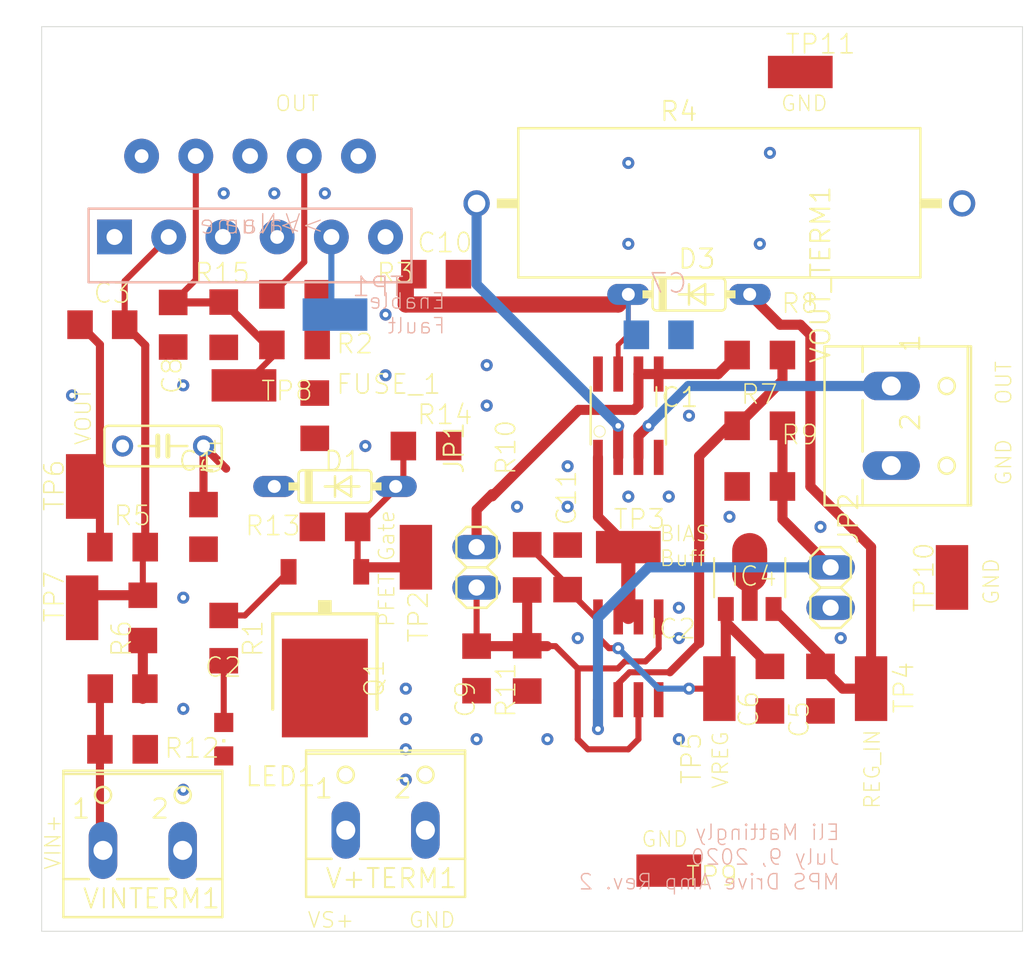
<source format=kicad_pcb>
(kicad_pcb (version 20171130) (host pcbnew "(5.1.8)-1")

  (general
    (thickness 1.6)
    (drawings 20)
    (tracks 176)
    (zones 0)
    (modules 55)
    (nets 23)
  )

  (page A4)
  (layers
    (0 Top signal)
    (31 Bottom signal)
    (32 B.Adhes user)
    (33 F.Adhes user)
    (34 B.Paste user)
    (35 F.Paste user)
    (36 B.SilkS user)
    (37 F.SilkS user)
    (38 B.Mask user)
    (39 F.Mask user)
    (40 Dwgs.User user)
    (41 Cmts.User user)
    (42 Eco1.User user)
    (43 Eco2.User user)
    (44 Edge.Cuts user)
    (45 Margin user)
    (46 B.CrtYd user)
    (47 F.CrtYd user)
    (48 B.Fab user)
    (49 F.Fab user)
  )

  (setup
    (last_trace_width 0.25)
    (trace_clearance 0.2)
    (zone_clearance 0.508)
    (zone_45_only no)
    (trace_min 0.2)
    (via_size 0.8)
    (via_drill 0.4)
    (via_min_size 0.4)
    (via_min_drill 0.3)
    (uvia_size 0.3)
    (uvia_drill 0.1)
    (uvias_allowed no)
    (uvia_min_size 0.2)
    (uvia_min_drill 0.1)
    (edge_width 0.05)
    (segment_width 0.2)
    (pcb_text_width 0.3)
    (pcb_text_size 1.5 1.5)
    (mod_edge_width 0.12)
    (mod_text_size 1 1)
    (mod_text_width 0.15)
    (pad_size 1.524 1.524)
    (pad_drill 0.762)
    (pad_to_mask_clearance 0)
    (aux_axis_origin 0 0)
    (visible_elements FFFFFF7F)
    (pcbplotparams
      (layerselection 0x010fc_ffffffff)
      (usegerberextensions false)
      (usegerberattributes true)
      (usegerberadvancedattributes true)
      (creategerberjobfile true)
      (excludeedgelayer true)
      (linewidth 0.100000)
      (plotframeref false)
      (viasonmask false)
      (mode 1)
      (useauxorigin false)
      (hpglpennumber 1)
      (hpglpenspeed 20)
      (hpglpendiameter 15.000000)
      (psnegative false)
      (psa4output false)
      (plotreference true)
      (plotvalue true)
      (plotinvisibletext false)
      (padsonsilk false)
      (subtractmaskfromsilk false)
      (outputformat 1)
      (mirror false)
      (drillshape 1)
      (scaleselection 1)
      (outputdirectory ""))
  )

  (net 0 "")
  (net 1 GND)
  (net 2 /N$2)
  (net 3 /E-S)
  (net 4 "Net-(R3-Pad2)")
  (net 5 "Net-(C8-Pad1)")
  (net 6 "Net-(C3-Pad2)")
  (net 7 "Net-(C3-Pad1)")
  (net 8 "Net-(LED1-PadA)")
  (net 9 /V+_2)
  (net 10 /VOUT)
  (net 11 "Net-(C2-Pad1)")
  (net 12 /V_IN)
  (net 13 /V+)
  (net 14 "Net-(IC1-Pad5)")
  (net 15 "Net-(IC1-Pad8)")
  (net 16 "Net-(IC1-Pad1)")
  (net 17 /BIAS)
  (net 18 /VREG)
  (net 19 "Net-(IC2-Pad1)")
  (net 20 "Net-(IC2-Pad2)")
  (net 21 /REG_IN)
  (net 22 "Net-(D1-PadA)")

  (net_class Default "This is the default net class."
    (clearance 0.2)
    (trace_width 0.25)
    (via_dia 0.8)
    (via_drill 0.4)
    (uvia_dia 0.3)
    (uvia_drill 0.1)
    (add_net /BIAS)
    (add_net /E-S)
    (add_net /N$2)
    (add_net /REG_IN)
    (add_net /V+)
    (add_net /V+_2)
    (add_net /VOUT)
    (add_net /VREG)
    (add_net /V_IN)
    (add_net GND)
    (add_net "Net-(C2-Pad1)")
    (add_net "Net-(C3-Pad1)")
    (add_net "Net-(C3-Pad2)")
    (add_net "Net-(C8-Pad1)")
    (add_net "Net-(D1-PadA)")
    (add_net "Net-(IC1-Pad1)")
    (add_net "Net-(IC1-Pad5)")
    (add_net "Net-(IC1-Pad8)")
    (add_net "Net-(IC2-Pad1)")
    (add_net "Net-(IC2-Pad2)")
    (add_net "Net-(LED1-PadA)")
    (add_net "Net-(R3-Pad2)")
  )

  (module "" (layer Top) (tedit 0) (tstamp 0)
    (at 175.4986 130.2386)
    (fp_text reference @HOLE0 (at 0 0) (layer F.SilkS) hide
      (effects (font (size 1.27 1.27) (thickness 0.15)))
    )
    (fp_text value "" (at 0 0) (layer F.SilkS)
      (effects (font (size 1.27 1.27) (thickness 0.15)))
    )
    (pad "" np_thru_hole circle (at 0 0) (size 3.048 3.048) (drill 3.048) (layers *.Cu *.Mask))
  )

  (module "" (layer Top) (tedit 0) (tstamp 0)
    (at 120.8886 79.4386)
    (fp_text reference @HOLE1 (at 0 0) (layer F.SilkS) hide
      (effects (font (size 1.27 1.27) (thickness 0.15)))
    )
    (fp_text value "" (at 0 0) (layer F.SilkS)
      (effects (font (size 1.27 1.27) (thickness 0.15)))
    )
    (pad "" np_thru_hole circle (at 0 0) (size 3.048 3.048) (drill 3.048) (layers *.Cu *.Mask))
  )

  (module "" (layer Top) (tedit 0) (tstamp 0)
    (at 175.4986 79.4386)
    (fp_text reference @HOLE2 (at 0 0) (layer F.SilkS) hide
      (effects (font (size 1.27 1.27) (thickness 0.15)))
    )
    (fp_text value "" (at 0 0) (layer F.SilkS)
      (effects (font (size 1.27 1.27) (thickness 0.15)))
    )
    (pad "" np_thru_hole circle (at 0 0) (size 3.048 3.048) (drill 3.048) (layers *.Cu *.Mask))
  )

  (module "" (layer Top) (tedit 0) (tstamp 0)
    (at 147.5586 130.2386)
    (fp_text reference @HOLE3 (at 0 0) (layer F.SilkS) hide
      (effects (font (size 1.27 1.27) (thickness 0.15)))
    )
    (fp_text value "" (at 0 0) (layer F.SilkS)
      (effects (font (size 1.27 1.27) (thickness 0.15)))
    )
    (pad "" np_thru_hole circle (at 0 0) (size 3.048 3.048) (drill 3.048) (layers *.Cu *.Mask))
  )

  (module MPS_Drive_Amp_2:C050-025X075 (layer Top) (tedit 0) (tstamp 61815466)
    (at 125.3336 102.9336 180)
    (descr "<b>CAPACITOR</b><p>\ngrid 5 mm, outline 2.5 x 7.5 mm")
    (path /A62886B9)
    (fp_text reference C1 (at -0.889 -1.651) (layer F.SilkS)
      (effects (font (size 1.2065 1.2065) (thickness 0.12065)) (justify left bottom))
    )
    (fp_text value 100u (at -3.429 2.794 180) (layer F.Fab) hide
      (effects (font (size 1.2065 1.2065) (thickness 0.127)) (justify right top))
    )
    (fp_arc (start -3.429 -1.016) (end -3.683 -1.016) (angle 90) (layer F.SilkS) (width 0.1524))
    (fp_arc (start -3.429 1.016) (end -3.683 1.016) (angle -90) (layer F.SilkS) (width 0.1524))
    (fp_arc (start 3.429 1.016) (end 3.429 1.27) (angle -90) (layer F.SilkS) (width 0.1524))
    (fp_arc (start 3.429 -1.016) (end 3.429 -1.27) (angle 90) (layer F.SilkS) (width 0.1524))
    (fp_line (start 3.429 -1.27) (end -3.429 -1.27) (layer F.SilkS) (width 0.1524))
    (fp_line (start 3.683 1.016) (end 3.683 -1.016) (layer F.SilkS) (width 0.1524))
    (fp_line (start -3.429 1.27) (end 3.429 1.27) (layer F.SilkS) (width 0.1524))
    (fp_line (start -3.683 -1.016) (end -3.683 1.016) (layer F.SilkS) (width 0.1524))
    (fp_line (start 0.3302 0) (end 1.524 0) (layer F.SilkS) (width 0.1524))
    (fp_line (start 0.3302 0) (end 0.3302 0.635) (layer F.SilkS) (width 0.3048))
    (fp_line (start 0.3302 -0.635) (end 0.3302 0) (layer F.SilkS) (width 0.3048))
    (fp_line (start -0.3048 0) (end -1.524 0) (layer F.SilkS) (width 0.1524))
    (fp_line (start -0.3048 0) (end -0.3048 0.635) (layer F.SilkS) (width 0.3048))
    (fp_line (start -0.3048 -0.635) (end -0.3048 0) (layer F.SilkS) (width 0.3048))
    (pad 2 thru_hole circle (at 2.54 0 180) (size 1.3208 1.3208) (drill 0.8128) (layers *.Cu *.Mask)
      (net 1 GND) (solder_mask_margin 0.1016))
    (pad 1 thru_hole circle (at -2.54 0 180) (size 1.3208 1.3208) (drill 0.8128) (layers *.Cu *.Mask)
      (net 9 /V+_2) (solder_mask_margin 0.1016))
  )

  (module MPS_Drive_Amp_2:C1206 (layer Top) (tedit 0) (tstamp 61815479)
    (at 122.7936 118.1736 180)
    (descr <b>CAPACITOR</b>)
    (path /C33DD461)
    (fp_text reference C2 (at -5.08 0.635) (layer F.SilkS)
      (effects (font (size 1.2065 1.2065) (thickness 0.09652)) (justify left bottom))
    )
    (fp_text value 1u (at -1.27 2.54 180) (layer F.Fab) hide
      (effects (font (size 1.2065 1.2065) (thickness 0.1016)) (justify right top))
    )
    (fp_poly (pts (xy -0.1999 0.4001) (xy 0.1999 0.4001) (xy 0.1999 -0.4001) (xy -0.1999 -0.4001)) (layer F.Adhes) (width 0))
    (fp_poly (pts (xy 0.9517 0.8491) (xy 1.7018 0.8491) (xy 1.7018 -0.8509) (xy 0.9517 -0.8509)) (layer F.Fab) (width 0))
    (fp_poly (pts (xy -1.7018 0.8509) (xy -0.9517 0.8509) (xy -0.9517 -0.8491) (xy -1.7018 -0.8491)) (layer F.Fab) (width 0))
    (fp_line (start -0.965 0.787) (end 0.965 0.787) (layer F.Fab) (width 0.1016))
    (fp_line (start -0.965 -0.787) (end 0.965 -0.787) (layer F.Fab) (width 0.1016))
    (fp_line (start 2.473 -0.983) (end 2.473 0.983) (layer Dwgs.User) (width 0.0508))
    (fp_line (start -2.473 0.983) (end -2.473 -0.983) (layer Dwgs.User) (width 0.0508))
    (fp_line (start 2.473 0.983) (end -2.473 0.983) (layer Dwgs.User) (width 0.0508))
    (fp_line (start -2.473 -0.983) (end 2.473 -0.983) (layer Dwgs.User) (width 0.0508))
    (pad 2 smd rect (at 1.4 0 180) (size 1.6 1.8) (layers Top F.Paste F.Mask)
      (net 12 /V_IN) (solder_mask_margin 0.1016))
    (pad 1 smd rect (at -1.4 0 180) (size 1.6 1.8) (layers Top F.Paste F.Mask)
      (net 11 "Net-(C2-Pad1)") (solder_mask_margin 0.1016))
  )

  (module MPS_Drive_Amp_2:C1206 (layer Top) (tedit 0) (tstamp 61815487)
    (at 121.5236 95.3136)
    (descr <b>CAPACITOR</b>)
    (path /A219F459)
    (fp_text reference C3 (at -0.635 -1.27) (layer F.SilkS)
      (effects (font (size 1.2065 1.2065) (thickness 0.09652)) (justify left bottom))
    )
    (fp_text value 100p (at -1.27 2.54) (layer F.Fab) hide
      (effects (font (size 1.2065 1.2065) (thickness 0.1016)) (justify left bottom))
    )
    (fp_poly (pts (xy -0.1999 0.4001) (xy 0.1999 0.4001) (xy 0.1999 -0.4001) (xy -0.1999 -0.4001)) (layer F.Adhes) (width 0))
    (fp_poly (pts (xy 0.9517 0.8491) (xy 1.7018 0.8491) (xy 1.7018 -0.8509) (xy 0.9517 -0.8509)) (layer F.Fab) (width 0))
    (fp_poly (pts (xy -1.7018 0.8509) (xy -0.9517 0.8509) (xy -0.9517 -0.8491) (xy -1.7018 -0.8491)) (layer F.Fab) (width 0))
    (fp_line (start -0.965 0.787) (end 0.965 0.787) (layer F.Fab) (width 0.1016))
    (fp_line (start -0.965 -0.787) (end 0.965 -0.787) (layer F.Fab) (width 0.1016))
    (fp_line (start 2.473 -0.983) (end 2.473 0.983) (layer Dwgs.User) (width 0.0508))
    (fp_line (start -2.473 0.983) (end -2.473 -0.983) (layer Dwgs.User) (width 0.0508))
    (fp_line (start 2.473 0.983) (end -2.473 0.983) (layer Dwgs.User) (width 0.0508))
    (fp_line (start -2.473 -0.983) (end 2.473 -0.983) (layer Dwgs.User) (width 0.0508))
    (pad 2 smd rect (at 1.4 0) (size 1.6 1.8) (layers Top F.Paste F.Mask)
      (net 6 "Net-(C3-Pad2)") (solder_mask_margin 0.1016))
    (pad 1 smd rect (at -1.4 0) (size 1.6 1.8) (layers Top F.Paste F.Mask)
      (net 7 "Net-(C3-Pad1)") (solder_mask_margin 0.1016))
  )

  (module MPS_Drive_Amp_2:C1206 (layer Top) (tedit 0) (tstamp 61815495)
    (at 127.8736 108.0136 270)
    (descr <b>CAPACITOR</b>)
    (path /048E7B7C)
    (fp_text reference C4 (at -3.175 -1.27 90) (layer F.SilkS)
      (effects (font (size 1.2065 1.2065) (thickness 0.09652)) (justify left bottom))
    )
    (fp_text value .1u (at -1.27 2.54 270) (layer F.Fab) hide
      (effects (font (size 1.2065 1.2065) (thickness 0.1016)) (justify right top))
    )
    (fp_poly (pts (xy -0.1999 0.4001) (xy 0.1999 0.4001) (xy 0.1999 -0.4001) (xy -0.1999 -0.4001)) (layer F.Adhes) (width 0))
    (fp_poly (pts (xy 0.9517 0.8491) (xy 1.7018 0.8491) (xy 1.7018 -0.8509) (xy 0.9517 -0.8509)) (layer F.Fab) (width 0))
    (fp_poly (pts (xy -1.7018 0.8509) (xy -0.9517 0.8509) (xy -0.9517 -0.8491) (xy -1.7018 -0.8491)) (layer F.Fab) (width 0))
    (fp_line (start -0.965 0.787) (end 0.965 0.787) (layer F.Fab) (width 0.1016))
    (fp_line (start -0.965 -0.787) (end 0.965 -0.787) (layer F.Fab) (width 0.1016))
    (fp_line (start 2.473 -0.983) (end 2.473 0.983) (layer Dwgs.User) (width 0.0508))
    (fp_line (start -2.473 0.983) (end -2.473 -0.983) (layer Dwgs.User) (width 0.0508))
    (fp_line (start 2.473 0.983) (end -2.473 0.983) (layer Dwgs.User) (width 0.0508))
    (fp_line (start -2.473 -0.983) (end 2.473 -0.983) (layer Dwgs.User) (width 0.0508))
    (pad 2 smd rect (at 1.4 0 270) (size 1.6 1.8) (layers Top F.Paste F.Mask)
      (net 1 GND) (solder_mask_margin 0.1016))
    (pad 1 smd rect (at -1.4 0 270) (size 1.6 1.8) (layers Top F.Paste F.Mask)
      (net 9 /V+_2) (solder_mask_margin 0.1016))
  )

  (module MPS_Drive_Amp_2:C1206 (layer Top) (tedit 0) (tstamp 618154A3)
    (at 166.6086 118.1736 270)
    (descr <b>CAPACITOR</b>)
    (path /2C88F59A)
    (fp_text reference C5 (at 3.175 0.635 90) (layer F.SilkS)
      (effects (font (size 1.2065 1.2065) (thickness 0.09652)) (justify left bottom))
    )
    (fp_text value .1u (at -1.27 2.54 270) (layer F.Fab) hide
      (effects (font (size 1.2065 1.2065) (thickness 0.1016)) (justify right top))
    )
    (fp_poly (pts (xy -0.1999 0.4001) (xy 0.1999 0.4001) (xy 0.1999 -0.4001) (xy -0.1999 -0.4001)) (layer F.Adhes) (width 0))
    (fp_poly (pts (xy 0.9517 0.8491) (xy 1.7018 0.8491) (xy 1.7018 -0.8509) (xy 0.9517 -0.8509)) (layer F.Fab) (width 0))
    (fp_poly (pts (xy -1.7018 0.8509) (xy -0.9517 0.8509) (xy -0.9517 -0.8491) (xy -1.7018 -0.8491)) (layer F.Fab) (width 0))
    (fp_line (start -0.965 0.787) (end 0.965 0.787) (layer F.Fab) (width 0.1016))
    (fp_line (start -0.965 -0.787) (end 0.965 -0.787) (layer F.Fab) (width 0.1016))
    (fp_line (start 2.473 -0.983) (end 2.473 0.983) (layer Dwgs.User) (width 0.0508))
    (fp_line (start -2.473 0.983) (end -2.473 -0.983) (layer Dwgs.User) (width 0.0508))
    (fp_line (start 2.473 0.983) (end -2.473 0.983) (layer Dwgs.User) (width 0.0508))
    (fp_line (start -2.473 -0.983) (end 2.473 -0.983) (layer Dwgs.User) (width 0.0508))
    (pad 2 smd rect (at 1.4 0 270) (size 1.6 1.8) (layers Top F.Paste F.Mask)
      (net 1 GND) (solder_mask_margin 0.1016))
    (pad 1 smd rect (at -1.4 0 270) (size 1.6 1.8) (layers Top F.Paste F.Mask)
      (net 21 /REG_IN) (solder_mask_margin 0.1016))
  )

  (module MPS_Drive_Amp_2:C1206 (layer Top) (tedit 0) (tstamp 618154B1)
    (at 163.4336 118.1736 270)
    (descr <b>CAPACITOR</b>)
    (path /8329AD68)
    (fp_text reference C6 (at 2.54 0.635 90) (layer F.SilkS)
      (effects (font (size 1.2065 1.2065) (thickness 0.09652)) (justify left bottom))
    )
    (fp_text value .1u (at -1.27 2.54 270) (layer F.Fab) hide
      (effects (font (size 1.2065 1.2065) (thickness 0.1016)) (justify right top))
    )
    (fp_poly (pts (xy -0.1999 0.4001) (xy 0.1999 0.4001) (xy 0.1999 -0.4001) (xy -0.1999 -0.4001)) (layer F.Adhes) (width 0))
    (fp_poly (pts (xy 0.9517 0.8491) (xy 1.7018 0.8491) (xy 1.7018 -0.8509) (xy 0.9517 -0.8509)) (layer F.Fab) (width 0))
    (fp_poly (pts (xy -1.7018 0.8509) (xy -0.9517 0.8509) (xy -0.9517 -0.8491) (xy -1.7018 -0.8491)) (layer F.Fab) (width 0))
    (fp_line (start -0.965 0.787) (end 0.965 0.787) (layer F.Fab) (width 0.1016))
    (fp_line (start -0.965 -0.787) (end 0.965 -0.787) (layer F.Fab) (width 0.1016))
    (fp_line (start 2.473 -0.983) (end 2.473 0.983) (layer Dwgs.User) (width 0.0508))
    (fp_line (start -2.473 0.983) (end -2.473 -0.983) (layer Dwgs.User) (width 0.0508))
    (fp_line (start 2.473 0.983) (end -2.473 0.983) (layer Dwgs.User) (width 0.0508))
    (fp_line (start -2.473 -0.983) (end 2.473 -0.983) (layer Dwgs.User) (width 0.0508))
    (pad 2 smd rect (at 1.4 0 270) (size 1.6 1.8) (layers Top F.Paste F.Mask)
      (net 1 GND) (solder_mask_margin 0.1016))
    (pad 1 smd rect (at -1.4 0 270) (size 1.6 1.8) (layers Top F.Paste F.Mask)
      (net 18 /VREG) (solder_mask_margin 0.1016))
  )

  (module MPS_Drive_Amp_2:C1206 (layer Bottom) (tedit 0) (tstamp 618154BF)
    (at 156.4486 95.9486)
    (descr <b>CAPACITOR</b>)
    (path /C625A4DC)
    (fp_text reference C7 (at -0.635 -2.54) (layer B.SilkS)
      (effects (font (size 1.2065 1.2065) (thickness 0.09652)) (justify right bottom mirror))
    )
    (fp_text value .1u (at -1.27 -2.54) (layer B.Fab) hide
      (effects (font (size 1.2065 1.2065) (thickness 0.1016)) (justify right bottom mirror))
    )
    (fp_poly (pts (xy -0.1999 -0.4001) (xy 0.1999 -0.4001) (xy 0.1999 0.4001) (xy -0.1999 0.4001)) (layer B.Adhes) (width 0))
    (fp_poly (pts (xy 0.9517 -0.8491) (xy 1.7018 -0.8491) (xy 1.7018 0.8509) (xy 0.9517 0.8509)) (layer B.Fab) (width 0))
    (fp_poly (pts (xy -1.7018 -0.8509) (xy -0.9517 -0.8509) (xy -0.9517 0.8491) (xy -1.7018 0.8491)) (layer B.Fab) (width 0))
    (fp_line (start -0.965 -0.787) (end 0.965 -0.787) (layer B.Fab) (width 0.1016))
    (fp_line (start -0.965 0.787) (end 0.965 0.787) (layer B.Fab) (width 0.1016))
    (fp_line (start 2.473 0.983) (end 2.473 -0.983) (layer Dwgs.User) (width 0.0508))
    (fp_line (start -2.473 -0.983) (end -2.473 0.983) (layer Dwgs.User) (width 0.0508))
    (fp_line (start 2.473 -0.983) (end -2.473 -0.983) (layer Dwgs.User) (width 0.0508))
    (fp_line (start -2.473 0.983) (end 2.473 0.983) (layer Dwgs.User) (width 0.0508))
    (pad 2 smd rect (at 1.4 0) (size 1.6 1.8) (layers Bottom B.Paste B.Mask)
      (net 1 GND) (solder_mask_margin 0.1016))
    (pad 1 smd rect (at -1.4 0) (size 1.6 1.8) (layers Bottom B.Paste B.Mask)
      (net 2 /N$2) (solder_mask_margin 0.1016))
  )

  (module MPS_Drive_Amp_2:C1206 (layer Top) (tedit 0) (tstamp 618154CD)
    (at 125.9686 95.3136 270)
    (descr <b>CAPACITOR</b>)
    (path /A09FFC4B)
    (fp_text reference C8 (at 4.445 -0.635 90) (layer F.SilkS)
      (effects (font (size 1.2065 1.2065) (thickness 0.09652)) (justify left bottom))
    )
    (fp_text value .1u (at -1.27 2.54 270) (layer F.Fab) hide
      (effects (font (size 1.2065 1.2065) (thickness 0.1016)) (justify right top))
    )
    (fp_poly (pts (xy -0.1999 0.4001) (xy 0.1999 0.4001) (xy 0.1999 -0.4001) (xy -0.1999 -0.4001)) (layer F.Adhes) (width 0))
    (fp_poly (pts (xy 0.9517 0.8491) (xy 1.7018 0.8491) (xy 1.7018 -0.8509) (xy 0.9517 -0.8509)) (layer F.Fab) (width 0))
    (fp_poly (pts (xy -1.7018 0.8509) (xy -0.9517 0.8509) (xy -0.9517 -0.8491) (xy -1.7018 -0.8491)) (layer F.Fab) (width 0))
    (fp_line (start -0.965 0.787) (end 0.965 0.787) (layer F.Fab) (width 0.1016))
    (fp_line (start -0.965 -0.787) (end 0.965 -0.787) (layer F.Fab) (width 0.1016))
    (fp_line (start 2.473 -0.983) (end 2.473 0.983) (layer Dwgs.User) (width 0.0508))
    (fp_line (start -2.473 0.983) (end -2.473 -0.983) (layer Dwgs.User) (width 0.0508))
    (fp_line (start 2.473 0.983) (end -2.473 0.983) (layer Dwgs.User) (width 0.0508))
    (fp_line (start -2.473 -0.983) (end 2.473 -0.983) (layer Dwgs.User) (width 0.0508))
    (pad 2 smd rect (at 1.4 0 270) (size 1.6 1.8) (layers Top F.Paste F.Mask)
      (net 1 GND) (solder_mask_margin 0.1016))
    (pad 1 smd rect (at -1.4 0 270) (size 1.6 1.8) (layers Top F.Paste F.Mask)
      (net 5 "Net-(C8-Pad1)") (solder_mask_margin 0.1016))
  )

  (module MPS_Drive_Amp_2:C1206 (layer Top) (tedit 0) (tstamp 618154DB)
    (at 145.0186 116.9036 270)
    (descr <b>CAPACITOR</b>)
    (path /F2919AF4)
    (fp_text reference C9 (at 3.175 0 90) (layer F.SilkS)
      (effects (font (size 1.2065 1.2065) (thickness 0.09652)) (justify left bottom))
    )
    (fp_text value .1u (at -1.27 2.54 270) (layer F.Fab) hide
      (effects (font (size 1.2065 1.2065) (thickness 0.1016)) (justify right top))
    )
    (fp_poly (pts (xy -0.1999 0.4001) (xy 0.1999 0.4001) (xy 0.1999 -0.4001) (xy -0.1999 -0.4001)) (layer F.Adhes) (width 0))
    (fp_poly (pts (xy 0.9517 0.8491) (xy 1.7018 0.8491) (xy 1.7018 -0.8509) (xy 0.9517 -0.8509)) (layer F.Fab) (width 0))
    (fp_poly (pts (xy -1.7018 0.8509) (xy -0.9517 0.8509) (xy -0.9517 -0.8491) (xy -1.7018 -0.8491)) (layer F.Fab) (width 0))
    (fp_line (start -0.965 0.787) (end 0.965 0.787) (layer F.Fab) (width 0.1016))
    (fp_line (start -0.965 -0.787) (end 0.965 -0.787) (layer F.Fab) (width 0.1016))
    (fp_line (start 2.473 -0.983) (end 2.473 0.983) (layer Dwgs.User) (width 0.0508))
    (fp_line (start -2.473 0.983) (end -2.473 -0.983) (layer Dwgs.User) (width 0.0508))
    (fp_line (start 2.473 0.983) (end -2.473 0.983) (layer Dwgs.User) (width 0.0508))
    (fp_line (start -2.473 -0.983) (end 2.473 -0.983) (layer Dwgs.User) (width 0.0508))
    (pad 2 smd rect (at 1.4 0 270) (size 1.6 1.8) (layers Top F.Paste F.Mask)
      (net 1 GND) (solder_mask_margin 0.1016))
    (pad 1 smd rect (at -1.4 0 270) (size 1.6 1.8) (layers Top F.Paste F.Mask)
      (net 17 /BIAS) (solder_mask_margin 0.1016))
  )

  (module MPS_Drive_Amp_2:DO35-7 (layer Top) (tedit 0) (tstamp 618154E9)
    (at 136.1286 105.4736)
    (descr "<B>DIODE</B><p>\ndiameter 2 mm, horizontal, grid 7.62 mm")
    (path /3DC3326F)
    (fp_text reference D1 (at -0.762 -0.889) (layer F.SilkS)
      (effects (font (size 1.2065 1.2065) (thickness 0.12065)) (justify left bottom))
    )
    (fp_text value 10V (at -2.286 2.667) (layer F.Fab) hide
      (effects (font (size 1.2065 1.2065) (thickness 0.127)) (justify left bottom))
    )
    (fp_poly (pts (xy -2.921 0.254) (xy -2.286 0.254) (xy -2.286 -0.254) (xy -2.921 -0.254)) (layer F.SilkS) (width 0))
    (fp_poly (pts (xy 2.286 0.254) (xy 2.921 0.254) (xy 2.921 -0.254) (xy 2.286 -0.254)) (layer F.SilkS) (width 0))
    (fp_poly (pts (xy -1.905 1.016) (xy -1.397 1.016) (xy -1.397 -1.016) (xy -1.905 -1.016)) (layer F.SilkS) (width 0))
    (fp_line (start -2.032 -1.016) (end 2.032 -1.016) (layer F.SilkS) (width 0.1524))
    (fp_line (start -2.286 -0.762) (end -2.286 0.762) (layer F.SilkS) (width 0.1524))
    (fp_line (start -2.032 1.016) (end 2.032 1.016) (layer F.SilkS) (width 0.1524))
    (fp_arc (start -2.032 0.762) (end -2.286 0.762) (angle -90) (layer F.SilkS) (width 0.1524))
    (fp_arc (start -2.032 -0.762) (end -2.286 -0.762) (angle 90) (layer F.SilkS) (width 0.1524))
    (fp_arc (start 2.032 0.762) (end 2.032 1.016) (angle -90) (layer F.SilkS) (width 0.1524))
    (fp_line (start 2.286 -0.762) (end 2.286 0.762) (layer F.SilkS) (width 0.1524))
    (fp_arc (start 2.032 -0.762) (end 2.032 -1.016) (angle 90) (layer F.SilkS) (width 0.1524))
    (fp_line (start 0 0) (end 0 0.635) (layer F.SilkS) (width 0.1524))
    (fp_line (start 0 -0.635) (end 0 0) (layer F.SilkS) (width 0.1524))
    (fp_line (start 0 0) (end 1.016 -0.635) (layer F.SilkS) (width 0.1524))
    (fp_line (start 0 0) (end 1.524 0) (layer F.SilkS) (width 0.1524))
    (fp_line (start 1.016 0.635) (end 0 0) (layer F.SilkS) (width 0.1524))
    (fp_line (start 1.016 -0.635) (end 1.016 0.635) (layer F.SilkS) (width 0.1524))
    (fp_line (start -0.635 0) (end 0 0) (layer F.SilkS) (width 0.1524))
    (fp_line (start -3.81 0) (end -2.921 0) (layer F.Fab) (width 0.508))
    (fp_line (start 3.81 0) (end 2.921 0) (layer F.Fab) (width 0.508))
    (pad A thru_hole oval (at 3.81 0) (size 2.6416 1.3208) (drill 0.8128) (layers *.Cu *.Mask)
      (net 22 "Net-(D1-PadA)") (solder_mask_margin 0.1016))
    (pad C thru_hole oval (at -3.81 0) (size 2.6416 1.3208) (drill 0.8128) (layers *.Cu *.Mask)
      (net 9 /V+_2) (solder_mask_margin 0.1016))
  )

  (module MPS_Drive_Amp_2:DO35-7 (layer Top) (tedit 0) (tstamp 61815502)
    (at 158.3536 93.4086)
    (descr "<B>DIODE</B><p>\ndiameter 2 mm, horizontal, grid 7.62 mm")
    (path /B6CC6CCD)
    (fp_text reference D3 (at -0.762 -1.524) (layer F.SilkS)
      (effects (font (size 1.2065 1.2065) (thickness 0.12065)) (justify left bottom))
    )
    (fp_text value 3V (at -2.286 2.667) (layer F.Fab) hide
      (effects (font (size 1.2065 1.2065) (thickness 0.127)) (justify left bottom))
    )
    (fp_poly (pts (xy -2.921 0.254) (xy -2.286 0.254) (xy -2.286 -0.254) (xy -2.921 -0.254)) (layer F.SilkS) (width 0))
    (fp_poly (pts (xy 2.286 0.254) (xy 2.921 0.254) (xy 2.921 -0.254) (xy 2.286 -0.254)) (layer F.SilkS) (width 0))
    (fp_poly (pts (xy -1.905 1.016) (xy -1.397 1.016) (xy -1.397 -1.016) (xy -1.905 -1.016)) (layer F.SilkS) (width 0))
    (fp_line (start -2.032 -1.016) (end 2.032 -1.016) (layer F.SilkS) (width 0.1524))
    (fp_line (start -2.286 -0.762) (end -2.286 0.762) (layer F.SilkS) (width 0.1524))
    (fp_line (start -2.032 1.016) (end 2.032 1.016) (layer F.SilkS) (width 0.1524))
    (fp_arc (start -2.032 0.762) (end -2.286 0.762) (angle -90) (layer F.SilkS) (width 0.1524))
    (fp_arc (start -2.032 -0.762) (end -2.286 -0.762) (angle 90) (layer F.SilkS) (width 0.1524))
    (fp_arc (start 2.032 0.762) (end 2.032 1.016) (angle -90) (layer F.SilkS) (width 0.1524))
    (fp_line (start 2.286 -0.762) (end 2.286 0.762) (layer F.SilkS) (width 0.1524))
    (fp_arc (start 2.032 -0.762) (end 2.032 -1.016) (angle 90) (layer F.SilkS) (width 0.1524))
    (fp_line (start 0 0) (end 0 0.635) (layer F.SilkS) (width 0.1524))
    (fp_line (start 0 -0.635) (end 0 0) (layer F.SilkS) (width 0.1524))
    (fp_line (start 0 0) (end 1.016 -0.635) (layer F.SilkS) (width 0.1524))
    (fp_line (start 0 0) (end 1.524 0) (layer F.SilkS) (width 0.1524))
    (fp_line (start 1.016 0.635) (end 0 0) (layer F.SilkS) (width 0.1524))
    (fp_line (start 1.016 -0.635) (end 1.016 0.635) (layer F.SilkS) (width 0.1524))
    (fp_line (start -0.635 0) (end 0 0) (layer F.SilkS) (width 0.1524))
    (fp_line (start -3.81 0) (end -2.921 0) (layer F.Fab) (width 0.508))
    (fp_line (start 3.81 0) (end 2.921 0) (layer F.Fab) (width 0.508))
    (pad A thru_hole oval (at 3.81 0) (size 2.6416 1.3208) (drill 0.8128) (layers *.Cu *.Mask)
      (net 21 /REG_IN) (solder_mask_margin 0.1016))
    (pad C thru_hole oval (at -3.81 0) (size 2.6416 1.3208) (drill 0.8128) (layers *.Cu *.Mask)
      (net 2 /N$2) (solder_mask_margin 0.1016))
  )

  (module MPS_Drive_Amp_2:R1206 (layer Top) (tedit 0) (tstamp 6181551B)
    (at 134.8586 101.0286 90)
    (descr <b>RESISTOR</b>)
    (path /1E12EF71)
    (fp_text reference FUSE_1 (at 1.27 1.27) (layer F.SilkS)
      (effects (font (size 1.2065 1.2065) (thickness 0.09652)) (justify left bottom))
    )
    (fp_text value 7A (at -1.27 2.54 90) (layer F.Fab) hide
      (effects (font (size 1.2065 1.2065) (thickness 0.1016)) (justify left bottom))
    )
    (fp_poly (pts (xy -0.3 0.7) (xy 0.3 0.7) (xy 0.3 -0.7) (xy -0.3 -0.7)) (layer F.Adhes) (width 0))
    (fp_poly (pts (xy 0.9525 0.8763) (xy 1.6891 0.8763) (xy 1.6891 -0.8763) (xy 0.9525 -0.8763)) (layer F.Fab) (width 0))
    (fp_poly (pts (xy -1.6891 0.8763) (xy -0.9525 0.8763) (xy -0.9525 -0.8763) (xy -1.6891 -0.8763)) (layer F.Fab) (width 0))
    (fp_line (start -2.473 0.983) (end -2.473 -0.983) (layer Dwgs.User) (width 0.0508))
    (fp_line (start 2.473 0.983) (end -2.473 0.983) (layer Dwgs.User) (width 0.0508))
    (fp_line (start 2.473 -0.983) (end 2.473 0.983) (layer Dwgs.User) (width 0.0508))
    (fp_line (start -2.473 -0.983) (end 2.473 -0.983) (layer Dwgs.User) (width 0.0508))
    (fp_line (start 0.9525 -0.8128) (end -0.9652 -0.8128) (layer F.Fab) (width 0.1524))
    (fp_line (start 0.9525 0.8128) (end -0.9652 0.8128) (layer F.Fab) (width 0.1524))
    (pad 1 smd rect (at -1.422 0 90) (size 1.6 1.803) (layers Top F.Paste F.Mask)
      (net 9 /V+_2) (solder_mask_margin 0.1016))
    (pad 2 smd rect (at 1.422 0 90) (size 1.6 1.803) (layers Top F.Paste F.Mask)
      (net 2 /N$2) (solder_mask_margin 0.1016))
  )

  (module MPS_Drive_Amp_2:SO08 (layer Top) (tedit 0) (tstamp 61815529)
    (at 154.5436 101.0286)
    (descr "<b>Small Outline Package</b>")
    (path /22F7723E)
    (fp_text reference IC1 (at 1.397 -0.4445) (layer F.SilkS)
      (effects (font (size 1.2065 1.2065) (thickness 0.12065)) (justify left bottom))
    )
    (fp_text value INA105U (at 4.0005 2.032 90) (layer F.Fab) hide
      (effects (font (size 1.2065 1.2065) (thickness 0.127)) (justify left bottom))
    )
    (fp_poly (pts (xy 1.7272 -1.8542) (xy 2.0828 -1.8542) (xy 2.0828 -2.8702) (xy 1.7272 -2.8702)) (layer F.Fab) (width 0))
    (fp_poly (pts (xy 0.4572 -1.8542) (xy 0.8128 -1.8542) (xy 0.8128 -2.8702) (xy 0.4572 -2.8702)) (layer F.Fab) (width 0))
    (fp_poly (pts (xy -0.8128 -1.8542) (xy -0.4572 -1.8542) (xy -0.4572 -2.8702) (xy -0.8128 -2.8702)) (layer F.Fab) (width 0))
    (fp_poly (pts (xy -2.0828 -1.8542) (xy -1.7272 -1.8542) (xy -1.7272 -2.8702) (xy -2.0828 -2.8702)) (layer F.Fab) (width 0))
    (fp_poly (pts (xy 1.7272 2.8702) (xy 2.0828 2.8702) (xy 2.0828 1.8542) (xy 1.7272 1.8542)) (layer F.Fab) (width 0))
    (fp_poly (pts (xy 0.4572 2.8702) (xy 0.8128 2.8702) (xy 0.8128 1.8542) (xy 0.4572 1.8542)) (layer F.Fab) (width 0))
    (fp_poly (pts (xy -0.8128 2.8702) (xy -0.4572 2.8702) (xy -0.4572 1.8542) (xy -0.8128 1.8542)) (layer F.Fab) (width 0))
    (fp_poly (pts (xy -2.0828 2.8702) (xy -1.7272 2.8702) (xy -1.7272 1.8542) (xy -2.0828 1.8542)) (layer F.Fab) (width 0))
    (fp_circle (center -1.8034 0.9906) (end -1.4478 0.9906) (layer F.SilkS) (width 0.0508))
    (fp_line (start -2.362 -1.803) (end -2.362 1.803) (layer F.SilkS) (width 0.1524))
    (fp_line (start 2.362 -1.803) (end -2.362 -1.803) (layer F.Fab) (width 0.1524))
    (fp_line (start 2.362 1.803) (end 2.362 -1.803) (layer F.SilkS) (width 0.1524))
    (fp_line (start -2.362 1.803) (end 2.362 1.803) (layer F.Fab) (width 0.1524))
    (pad 5 smd rect (at 1.905 -2.6162) (size 0.6096 2.2098) (layers Top F.Paste F.Mask)
      (net 14 "Net-(IC1-Pad5)") (solder_mask_margin 0.1016))
    (pad 4 smd rect (at 1.905 2.6162) (size 0.6096 2.2098) (layers Top F.Paste F.Mask)
      (net 1 GND) (solder_mask_margin 0.1016))
    (pad 6 smd rect (at 0.635 -2.6162) (size 0.6096 2.2098) (layers Top F.Paste F.Mask)
      (net 14 "Net-(IC1-Pad5)") (solder_mask_margin 0.1016))
    (pad 7 smd rect (at -0.635 -2.6162) (size 0.6096 2.2098) (layers Top F.Paste F.Mask)
      (net 2 /N$2) (solder_mask_margin 0.1016))
    (pad 3 smd rect (at 0.635 2.6162) (size 0.6096 2.2098) (layers Top F.Paste F.Mask)
      (net 10 /VOUT) (solder_mask_margin 0.1016))
    (pad 2 smd rect (at -0.635 2.6162) (size 0.6096 2.2098) (layers Top F.Paste F.Mask)
      (net 7 "Net-(C3-Pad1)") (solder_mask_margin 0.1016))
    (pad 8 smd rect (at -1.905 -2.6162) (size 0.6096 2.2098) (layers Top F.Paste F.Mask)
      (net 15 "Net-(IC1-Pad8)") (solder_mask_margin 0.1016))
    (pad 1 smd rect (at -1.905 2.6162) (size 0.6096 2.2098) (layers Top F.Paste F.Mask)
      (net 16 "Net-(IC1-Pad1)") (solder_mask_margin 0.1016))
  )

  (module MPS_Drive_Amp_2:SO08 (layer Top) (tedit 0) (tstamp 61815541)
    (at 154.5436 116.2686)
    (descr "<b>Small Outline Package 8</b><br>\nNS Package M08A")
    (path /BC34DC86)
    (fp_text reference IC2 (at 1.27 -1.143) (layer F.SilkS)
      (effects (font (size 1.2065 1.2065) (thickness 0.09652)) (justify left bottom))
    )
    (fp_text value LM358MX (at 3.937 1.905 90) (layer F.Fab) hide
      (effects (font (size 1.2065 1.2065) (thickness 0.1016)) (justify left bottom))
    )
    (fp_poly (pts (xy -2.15 -2) (xy -1.66 -2) (xy -1.66 -3.1) (xy -2.15 -3.1)) (layer F.Fab) (width 0))
    (fp_poly (pts (xy -0.88 -2) (xy -0.39 -2) (xy -0.39 -3.1) (xy -0.88 -3.1)) (layer F.Fab) (width 0))
    (fp_poly (pts (xy 0.39 -2) (xy 0.88 -2) (xy 0.88 -3.1) (xy 0.39 -3.1)) (layer F.Fab) (width 0))
    (fp_poly (pts (xy 1.66 -2) (xy 2.15 -2) (xy 2.15 -3.1) (xy 1.66 -3.1)) (layer F.Fab) (width 0))
    (fp_poly (pts (xy 1.66 3.1) (xy 2.15 3.1) (xy 2.15 2) (xy 1.66 2)) (layer F.Fab) (width 0))
    (fp_poly (pts (xy 0.39 3.1) (xy 0.88 3.1) (xy 0.88 2) (xy 0.39 2)) (layer F.Fab) (width 0))
    (fp_poly (pts (xy -0.88 3.1) (xy -0.39 3.1) (xy -0.39 2) (xy -0.88 2)) (layer F.Fab) (width 0))
    (fp_poly (pts (xy -2.15 3.1) (xy -1.66 3.1) (xy -1.66 2) (xy -2.15 2)) (layer F.Fab) (width 0))
    (fp_line (start 2.4 1.4) (end -2.4 1.4) (layer F.Fab) (width 0.2032))
    (fp_line (start -2.4 -1.9) (end 2.4 -1.9) (layer F.Fab) (width 0.2032))
    (fp_line (start -2.4 1.4) (end -2.4 -1.9) (layer F.Fab) (width 0.2032))
    (fp_line (start -2.4 1.9) (end -2.4 1.4) (layer F.Fab) (width 0.2032))
    (fp_line (start 2.4 1.9) (end -2.4 1.9) (layer F.Fab) (width 0.2032))
    (fp_line (start 2.4 1.4) (end 2.4 1.9) (layer F.Fab) (width 0.2032))
    (fp_line (start 2.4 -1.9) (end 2.4 1.4) (layer F.Fab) (width 0.2032))
    (pad 5 smd rect (at 1.905 -2.6) (size 0.6 2.2) (layers Top F.Paste F.Mask)
      (net 17 /BIAS) (solder_mask_margin 0.1016))
    (pad 6 smd rect (at 0.635 -2.6) (size 0.6 2.2) (layers Top F.Paste F.Mask)
      (net 16 "Net-(IC1-Pad1)") (solder_mask_margin 0.1016))
    (pad 8 smd rect (at -1.905 -2.6) (size 0.6 2.2) (layers Top F.Paste F.Mask)
      (net 18 /VREG) (solder_mask_margin 0.1016))
    (pad 4 smd rect (at 1.905 2.6) (size 0.6 2.2) (layers Top F.Paste F.Mask)
      (net 1 GND) (solder_mask_margin 0.1016))
    (pad 3 smd rect (at 0.635 2.6) (size 0.6 2.2) (layers Top F.Paste F.Mask)
      (net 17 /BIAS) (solder_mask_margin 0.1016))
    (pad 1 smd rect (at -1.905 2.6) (size 0.6 2.2) (layers Top F.Paste F.Mask)
      (net 19 "Net-(IC2-Pad1)") (solder_mask_margin 0.1016))
    (pad 7 smd rect (at -0.635 -2.6) (size 0.6 2.2) (layers Top F.Paste F.Mask)
      (net 16 "Net-(IC1-Pad1)") (solder_mask_margin 0.1016))
    (pad 2 smd rect (at -0.635 2.6) (size 0.6 2.2) (layers Top F.Paste F.Mask)
      (net 20 "Net-(IC2-Pad2)") (solder_mask_margin 0.1016))
  )

  (module MPS_Drive_Amp_2:SOT89 (layer Top) (tedit 0) (tstamp 6181555B)
    (at 162.1636 111.1886)
    (descr "<b>SOT98</b> PK (R-PDSO-G3)<p>\nSource: http://focus.ti.com/lit/ds/symlink/ua78l05.pdf")
    (path /FA55F29D)
    (fp_text reference IC4 (at -1.27 0.635) (layer F.SilkS)
      (effects (font (size 1.2065 1.2065) (thickness 0.09652)) (justify left bottom))
    )
    (fp_text value 78LF (at -2.4051 4.3449) (layer F.Fab) hide
      (effects (font (size 1.2065 1.2065) (thickness 0.1016)) (justify left bottom))
    )
    (fp_poly (pts (xy -0.7874 -1.3208) (xy -0.7874 -1.5748) (xy -0.3556 -2.0066) (xy 0.3048 -2.0066)
      (xy 0.3556 -2.0066) (xy 0.7874 -1.5748) (xy 0.7874 -1.2954) (xy -0.7874 -1.2954)) (layer F.Fab) (width 0))
    (fp_poly (pts (xy -0.9 0) (xy 0.9 0) (xy 0.9 -2.2) (xy -0.9 -2.2)) (layer F.Paste) (width 0))
    (fp_poly (pts (xy -1.9 2.68) (xy -1.1 2.68) (xy -1.1 1.28) (xy -1.9 1.28)) (layer F.Paste) (width 0))
    (fp_poly (pts (xy 1.1 2.68) (xy 1.9 2.68) (xy 1.9 1.28) (xy 1.1 1.28)) (layer F.Paste) (width 0))
    (fp_poly (pts (xy -0.525 2.775) (xy 0.525 2.775) (xy 0.525 1.2) (xy -0.525 1.2)) (layer F.Mask) (width 0))
    (fp_poly (pts (xy 0.975 2.775) (xy 2.025 2.775) (xy 2.025 1.2) (xy 0.975 1.2)) (layer F.Mask) (width 0))
    (fp_poly (pts (xy -2.025 2.775) (xy -0.975 2.775) (xy -0.975 1.2) (xy -2.025 1.2)) (layer F.Mask) (width 0))
    (fp_poly (pts (xy -0.4 2.68) (xy 0.4 2.68) (xy 0.4 1.28) (xy -0.4 1.28)) (layer F.Paste) (width 0))
    (fp_poly (pts (xy -0.2794 2.1082) (xy 0.2794 2.1082) (xy 0.2794 1.27) (xy -0.2794 1.27)) (layer F.Fab) (width 0))
    (fp_poly (pts (xy 1.27 2.1082) (xy 1.7272 2.1082) (xy 1.7272 1.27) (xy 1.27 1.27)) (layer F.Fab) (width 0))
    (fp_poly (pts (xy -1.7272 2.1082) (xy -1.27 2.1082) (xy -1.27 1.27) (xy -1.7272 1.27)) (layer F.Fab) (width 0))
    (fp_line (start -0.7874 -1.2954) (end -0.7874 -1.5748) (layer F.Fab) (width 0.1998))
    (fp_line (start 0.7874 -1.2954) (end -0.7874 -1.2954) (layer F.Fab) (width 0.1998))
    (fp_line (start 0.7874 -1.5748) (end 0.7874 -1.2954) (layer F.Fab) (width 0.1998))
    (fp_line (start 0.3556 -2.0066) (end 0.7874 -1.5748) (layer F.Fab) (width 0.1998))
    (fp_line (start -0.3556 -2.0066) (end 0.3556 -2.0066) (layer F.Fab) (width 0.1998))
    (fp_line (start -0.7874 -1.5748) (end -0.3556 -2.0066) (layer F.Fab) (width 0.1998))
    (fp_line (start -2.235 -1.219) (end 2.235 -1.219) (layer F.Fab) (width 0.127))
    (fp_line (start -2.235 1.245) (end -2.235 -1.219) (layer F.SilkS) (width 0.127))
    (fp_line (start 2.235 -1.219) (end 2.235 1.245) (layer F.SilkS) (width 0.127))
    (fp_line (start 2.235 1.245) (end -2.235 1.245) (layer F.Fab) (width 0.127))
    (pad 2@1 smd roundrect (at 0 -0.94) (size 2.2 3.7) (layers Top F.Mask) (roundrect_rratio 0.5)
      (net 1 GND) (solder_mask_margin 0.1016))
    (pad 2 smd rect (at 0 1.727) (size 1 2) (layers Top F.Mask)
      (net 1 GND) (solder_mask_margin 0.1016))
    (pad 3 smd rect (at 1.499 1.981) (size 1 1.5) (layers Top F.Mask)
      (net 21 /REG_IN) (solder_mask_margin 0.1016))
    (pad 1 smd rect (at -1.499 1.981) (size 1 1.5) (layers Top F.Mask)
      (net 18 /VREG) (solder_mask_margin 0.1016))
  )

  (module MPS_Drive_Amp_2:1X02 (layer Top) (tedit 0) (tstamp 61815577)
    (at 145.0186 110.5536 270)
    (descr "<b>PIN HEADER</b>")
    (path /0B60073D)
    (fp_text reference JP1 (at -5.7912 0.7112 90) (layer F.SilkS)
      (effects (font (size 1.2065 1.2065) (thickness 0.12065)) (justify left bottom))
    )
    (fp_text value PINHD-1X2 (at -2.54 3.175 90) (layer F.Fab)
      (effects (font (size 1.2065 1.2065) (thickness 0.09652)) (justify left bottom))
    )
    (fp_poly (pts (xy 1.016 0.254) (xy 1.524 0.254) (xy 1.524 -0.254) (xy 1.016 -0.254)) (layer F.Fab) (width 0))
    (fp_poly (pts (xy -1.524 0.254) (xy -1.016 0.254) (xy -1.016 -0.254) (xy -1.524 -0.254)) (layer F.Fab) (width 0))
    (fp_line (start 0.635 1.27) (end 0 0.635) (layer F.SilkS) (width 0.1524))
    (fp_line (start 1.905 1.27) (end 0.635 1.27) (layer F.SilkS) (width 0.1524))
    (fp_line (start 2.54 0.635) (end 1.905 1.27) (layer F.SilkS) (width 0.1524))
    (fp_line (start 2.54 -0.635) (end 2.54 0.635) (layer F.SilkS) (width 0.1524))
    (fp_line (start 1.905 -1.27) (end 2.54 -0.635) (layer F.SilkS) (width 0.1524))
    (fp_line (start 0.635 -1.27) (end 1.905 -1.27) (layer F.SilkS) (width 0.1524))
    (fp_line (start 0 -0.635) (end 0.635 -1.27) (layer F.SilkS) (width 0.1524))
    (fp_line (start -0.635 1.27) (end -1.905 1.27) (layer F.SilkS) (width 0.1524))
    (fp_line (start -2.54 0.635) (end -1.905 1.27) (layer F.SilkS) (width 0.1524))
    (fp_line (start -1.905 -1.27) (end -2.54 -0.635) (layer F.SilkS) (width 0.1524))
    (fp_line (start -2.54 -0.635) (end -2.54 0.635) (layer F.SilkS) (width 0.1524))
    (fp_line (start 0 0.635) (end -0.635 1.27) (layer F.SilkS) (width 0.1524))
    (fp_line (start 0 -0.635) (end 0 0.635) (layer F.SilkS) (width 0.1524))
    (fp_line (start -0.635 -1.27) (end 0 -0.635) (layer F.SilkS) (width 0.1524))
    (fp_line (start -1.905 -1.27) (end -0.635 -1.27) (layer F.SilkS) (width 0.1524))
    (pad 2 thru_hole oval (at 1.27 0) (size 3.048 1.524) (drill 1.016) (layers *.Cu *.Mask)
      (net 17 /BIAS) (solder_mask_margin 0.1016))
    (pad 1 thru_hole oval (at -1.27 0) (size 3.048 1.524) (drill 1.016) (layers *.Cu *.Mask)
      (net 14 "Net-(IC1-Pad5)") (solder_mask_margin 0.1016))
  )

  (module MPS_Drive_Amp_2:1X02 (layer Top) (tedit 0) (tstamp 6181558D)
    (at 167.2436 111.8236 270)
    (descr "<b>PIN HEADER</b>")
    (path /BAFA783C)
    (fp_text reference JP2 (at -2.6162 -1.8288 90) (layer F.SilkS)
      (effects (font (size 1.2065 1.2065) (thickness 0.12065)) (justify left bottom))
    )
    (fp_text value PINHD-1X2 (at -2.54 3.175 90) (layer F.Fab)
      (effects (font (size 1.2065 1.2065) (thickness 0.09652)) (justify left bottom))
    )
    (fp_poly (pts (xy 1.016 0.254) (xy 1.524 0.254) (xy 1.524 -0.254) (xy 1.016 -0.254)) (layer F.Fab) (width 0))
    (fp_poly (pts (xy -1.524 0.254) (xy -1.016 0.254) (xy -1.016 -0.254) (xy -1.524 -0.254)) (layer F.Fab) (width 0))
    (fp_line (start 0.635 1.27) (end 0 0.635) (layer F.SilkS) (width 0.1524))
    (fp_line (start 1.905 1.27) (end 0.635 1.27) (layer F.SilkS) (width 0.1524))
    (fp_line (start 2.54 0.635) (end 1.905 1.27) (layer F.SilkS) (width 0.1524))
    (fp_line (start 2.54 -0.635) (end 2.54 0.635) (layer F.SilkS) (width 0.1524))
    (fp_line (start 1.905 -1.27) (end 2.54 -0.635) (layer F.SilkS) (width 0.1524))
    (fp_line (start 0.635 -1.27) (end 1.905 -1.27) (layer F.SilkS) (width 0.1524))
    (fp_line (start 0 -0.635) (end 0.635 -1.27) (layer F.SilkS) (width 0.1524))
    (fp_line (start -0.635 1.27) (end -1.905 1.27) (layer F.SilkS) (width 0.1524))
    (fp_line (start -2.54 0.635) (end -1.905 1.27) (layer F.SilkS) (width 0.1524))
    (fp_line (start -1.905 -1.27) (end -2.54 -0.635) (layer F.SilkS) (width 0.1524))
    (fp_line (start -2.54 -0.635) (end -2.54 0.635) (layer F.SilkS) (width 0.1524))
    (fp_line (start 0 0.635) (end -0.635 1.27) (layer F.SilkS) (width 0.1524))
    (fp_line (start 0 -0.635) (end 0 0.635) (layer F.SilkS) (width 0.1524))
    (fp_line (start -0.635 -1.27) (end 0 -0.635) (layer F.SilkS) (width 0.1524))
    (fp_line (start -1.905 -1.27) (end -0.635 -1.27) (layer F.SilkS) (width 0.1524))
    (pad 2 thru_hole oval (at 1.27 0) (size 3.048 1.524) (drill 1.016) (layers *.Cu *.Mask)
      (net 1 GND) (solder_mask_margin 0.1016))
    (pad 1 thru_hole oval (at -1.27 0) (size 3.048 1.524) (drill 1.016) (layers *.Cu *.Mask)
      (net 19 "Net-(IC2-Pad1)") (solder_mask_margin 0.1016))
  )

  (module MPS_Drive_Amp_2:CHIPLED_0805 (layer Top) (tedit 0) (tstamp 618155A3)
    (at 129.1436 121.3486 180)
    (descr "<b>CHIPLED</b><p>\nSource: http://www.osram.convergy.de/ ... LG_R971.pdf")
    (path /7DC8C285)
    (fp_text reference LED1 (at -1.27 -3.048) (layer F.SilkS)
      (effects (font (size 1.2065 1.2065) (thickness 0.12065)) (justify left bottom))
    )
    (fp_text value LEDCHIPLED_0805 (at -1.27 4.318) (layer F.Fab)
      (effects (font (size 1.2065 1.2065) (thickness 0.12065)) (justify left bottom))
    )
    (fp_poly (pts (xy -0.625 -0.925) (xy -0.3 -0.925) (xy -0.3 -1) (xy -0.625 -1)) (layer F.Fab) (width 0))
    (fp_poly (pts (xy -0.6 -0.5) (xy -0.3 -0.5) (xy -0.3 -0.8) (xy -0.6 -0.8)) (layer F.Fab) (width 0))
    (fp_poly (pts (xy -0.1 0) (xy 0.1 0) (xy 0.1 -0.2) (xy -0.1 -0.2)) (layer F.SilkS) (width 0))
    (fp_poly (pts (xy -0.2 0.675) (xy 0.2 0.675) (xy 0.2 0.5) (xy -0.2 0.5)) (layer F.Fab) (width 0))
    (fp_poly (pts (xy -0.325 0.75) (xy -0.175 0.75) (xy -0.175 0.5) (xy -0.325 0.5)) (layer F.Fab) (width 0))
    (fp_poly (pts (xy 0.175 0.75) (xy 0.325 0.75) (xy 0.325 0.5) (xy 0.175 0.5)) (layer F.Fab) (width 0))
    (fp_poly (pts (xy -0.625 1) (xy -0.3 1) (xy -0.3 0.5) (xy -0.625 0.5)) (layer F.Fab) (width 0))
    (fp_poly (pts (xy 0.3 1) (xy 0.625 1) (xy 0.625 0.5) (xy 0.3 0.5)) (layer F.Fab) (width 0))
    (fp_poly (pts (xy -0.2 -0.5) (xy 0.2 -0.5) (xy 0.2 -0.675) (xy -0.2 -0.675)) (layer F.Fab) (width 0))
    (fp_poly (pts (xy 0.175 -0.5) (xy 0.325 -0.5) (xy 0.325 -0.75) (xy 0.175 -0.75)) (layer F.Fab) (width 0))
    (fp_poly (pts (xy -0.325 -0.5) (xy -0.175 -0.5) (xy -0.175 -0.75) (xy -0.325 -0.75)) (layer F.Fab) (width 0))
    (fp_poly (pts (xy 0.3 -0.5) (xy 0.625 -0.5) (xy 0.625 -1) (xy 0.3 -1)) (layer F.Fab) (width 0))
    (fp_circle (center -0.45 -0.85) (end -0.347 -0.85) (layer F.Fab) (width 0.1016))
    (fp_line (start -0.575 0.5) (end -0.575 -0.925) (layer F.Fab) (width 0.1016))
    (fp_line (start 0.575 -0.525) (end 0.575 0.525) (layer F.Fab) (width 0.1016))
    (fp_arc (start 0 0.979199) (end -0.35 0.925) (angle 162.394521) (layer F.Fab) (width 0.1016))
    (fp_arc (start 0 -0.979199) (end -0.35 -0.925) (angle -162.394521) (layer F.Fab) (width 0.1016))
    (pad A smd rect (at 0 1.05 180) (size 1.2 1.2) (layers Top F.Paste F.Mask)
      (net 8 "Net-(LED1-PadA)") (solder_mask_margin 0.1016))
    (pad C smd rect (at 0 -1.05 180) (size 1.2 1.2) (layers Top F.Paste F.Mask)
      (net 1 GND) (solder_mask_margin 0.1016))
  )

  (module MPS_Drive_Amp_2:TO252 (layer Top) (tedit 0) (tstamp 618155B9)
    (at 135.4936 115.6336 180)
    (descr "<b>SMALL OUTLINE TRANSISTOR</b><p>\nTS-003")
    (path /22BC07EB)
    (fp_text reference Q1 (at -3.81 -3.175 90) (layer F.SilkS)
      (effects (font (size 1.2065 1.2065) (thickness 0.09652)) (justify left bottom))
    )
    (fp_text value SPD30P06PTO252 (at 5.08 2.54 270) (layer F.Fab) hide
      (effects (font (size 1.2065 1.2065) (thickness 0.1016)) (justify right top))
    )
    (fp_poly (pts (xy -2.5654 -3.937) (xy -2.5654 -4.6482) (xy -2.1082 -5.1054) (xy 2.1082 -5.1054)
      (xy 2.5654 -4.6482) (xy 2.5654 -3.937)) (layer F.Fab) (width 0))
    (fp_poly (pts (xy -0.4318 3.0226) (xy 0.4318 3.0226) (xy 0.4318 2.2606) (xy -0.4318 2.2606)) (layer F.SilkS) (width 0))
    (fp_poly (pts (xy 1.8542 5.1562) (xy 2.7178 5.1562) (xy 2.7178 2.2606) (xy 1.8542 2.2606)) (layer F.Fab) (width 0))
    (fp_poly (pts (xy -2.7178 5.1562) (xy -1.8542 5.1562) (xy -1.8542 2.2606) (xy -2.7178 2.2606)) (layer F.Fab) (width 0))
    (fp_line (start 2.5654 -3.937) (end -2.5654 -3.937) (layer F.Fab) (width 0.2032))
    (fp_line (start 2.5654 -4.6482) (end 2.5654 -3.937) (layer F.Fab) (width 0.2032))
    (fp_line (start 2.1082 -5.1054) (end 2.5654 -4.6482) (layer F.Fab) (width 0.2032))
    (fp_line (start -2.1082 -5.1054) (end 2.1082 -5.1054) (layer F.Fab) (width 0.2032))
    (fp_line (start -2.5654 -4.6482) (end -2.1082 -5.1054) (layer F.Fab) (width 0.2032))
    (fp_line (start -2.5654 -3.937) (end -2.5654 -4.6482) (layer F.Fab) (width 0.2032))
    (fp_line (start 3.973 -5.983) (end 3.973 5.983) (layer Dwgs.User) (width 0.0508))
    (fp_line (start -3.973 5.983) (end -3.973 -5.983) (layer Dwgs.User) (width 0.0508))
    (fp_line (start 3.973 5.983) (end -3.973 5.983) (layer Dwgs.User) (width 0.0508))
    (fp_line (start -3.973 -5.983) (end 3.973 -5.983) (layer Dwgs.User) (width 0.0508))
    (fp_line (start -3.277 -3.835) (end 3.2774 -3.8346) (layer F.Fab) (width 0.2032))
    (fp_line (start -3.277 2.159) (end -3.2766 -3.8354) (layer F.SilkS) (width 0.2032))
    (fp_line (start 3.277 2.159) (end -3.277 2.159) (layer F.SilkS) (width 0.2032))
    (fp_line (start 3.2766 -3.8354) (end 3.277 2.159) (layer F.SilkS) (width 0.2032))
    (pad 2 smd rect (at 2.28 4.8 180) (size 1 1.6) (layers Top F.Paste F.Mask)
      (net 9 /V+_2) (solder_mask_margin 0.1016))
    (pad 1 smd rect (at -2.28 4.8 180) (size 1 1.6) (layers Top F.Paste F.Mask)
      (net 22 "Net-(D1-PadA)") (solder_mask_margin 0.1016))
    (pad 3 smd rect (at 0 -2.5 180) (size 5.4 6.2) (layers Top F.Paste F.Mask)
      (net 13 /V+) (solder_mask_margin 0.1016))
  )

  (module MPS_Drive_Amp_2:R1206 (layer Top) (tedit 0) (tstamp 618155D1)
    (at 129.1436 114.9986 90)
    (descr <b>RESISTOR</b>)
    (path /5FE2469C)
    (fp_text reference R1 (at -1.27 2.54 90) (layer F.SilkS)
      (effects (font (size 1.2065 1.2065) (thickness 0.09652)) (justify left bottom))
    )
    (fp_text value 2.2k (at -1.27 2.54 90) (layer F.Fab) hide
      (effects (font (size 1.2065 1.2065) (thickness 0.1016)) (justify left bottom))
    )
    (fp_poly (pts (xy -0.3 0.7) (xy 0.3 0.7) (xy 0.3 -0.7) (xy -0.3 -0.7)) (layer F.Adhes) (width 0))
    (fp_poly (pts (xy 0.9525 0.8763) (xy 1.6891 0.8763) (xy 1.6891 -0.8763) (xy 0.9525 -0.8763)) (layer F.Fab) (width 0))
    (fp_poly (pts (xy -1.6891 0.8763) (xy -0.9525 0.8763) (xy -0.9525 -0.8763) (xy -1.6891 -0.8763)) (layer F.Fab) (width 0))
    (fp_line (start -2.473 0.983) (end -2.473 -0.983) (layer Dwgs.User) (width 0.0508))
    (fp_line (start 2.473 0.983) (end -2.473 0.983) (layer Dwgs.User) (width 0.0508))
    (fp_line (start 2.473 -0.983) (end 2.473 0.983) (layer Dwgs.User) (width 0.0508))
    (fp_line (start -2.473 -0.983) (end 2.473 -0.983) (layer Dwgs.User) (width 0.0508))
    (fp_line (start 0.9525 -0.8128) (end -0.9652 -0.8128) (layer F.Fab) (width 0.1524))
    (fp_line (start 0.9525 0.8128) (end -0.9652 0.8128) (layer F.Fab) (width 0.1524))
    (pad 1 smd rect (at -1.422 0 90) (size 1.6 1.803) (layers Top F.Paste F.Mask)
      (net 8 "Net-(LED1-PadA)") (solder_mask_margin 0.1016))
    (pad 2 smd rect (at 1.422 0 90) (size 1.6 1.803) (layers Top F.Paste F.Mask)
      (net 9 /V+_2) (solder_mask_margin 0.1016))
  )

  (module MPS_Drive_Amp_2:R1206 (layer Top) (tedit 0) (tstamp 618155DF)
    (at 148.1936 110.5536 270)
    (descr <b>RESISTOR</b>)
    (path /C0976C82)
    (fp_text reference R10 (at -5.715 0.635 90) (layer F.SilkS)
      (effects (font (size 1.2065 1.2065) (thickness 0.09652)) (justify left bottom))
    )
    (fp_text value 2.2k (at -1.27 2.54 270) (layer F.Fab) hide
      (effects (font (size 1.2065 1.2065) (thickness 0.1016)) (justify right top))
    )
    (fp_poly (pts (xy -0.3 0.7) (xy 0.3 0.7) (xy 0.3 -0.7) (xy -0.3 -0.7)) (layer F.Adhes) (width 0))
    (fp_poly (pts (xy 0.9525 0.8763) (xy 1.6891 0.8763) (xy 1.6891 -0.8763) (xy 0.9525 -0.8763)) (layer F.Fab) (width 0))
    (fp_poly (pts (xy -1.6891 0.8763) (xy -0.9525 0.8763) (xy -0.9525 -0.8763) (xy -1.6891 -0.8763)) (layer F.Fab) (width 0))
    (fp_line (start -2.473 0.983) (end -2.473 -0.983) (layer Dwgs.User) (width 0.0508))
    (fp_line (start 2.473 0.983) (end -2.473 0.983) (layer Dwgs.User) (width 0.0508))
    (fp_line (start 2.473 -0.983) (end 2.473 0.983) (layer Dwgs.User) (width 0.0508))
    (fp_line (start -2.473 -0.983) (end 2.473 -0.983) (layer Dwgs.User) (width 0.0508))
    (fp_line (start 0.9525 -0.8128) (end -0.9652 -0.8128) (layer F.Fab) (width 0.1524))
    (fp_line (start 0.9525 0.8128) (end -0.9652 0.8128) (layer F.Fab) (width 0.1524))
    (pad 1 smd rect (at -1.422 0 270) (size 1.6 1.803) (layers Top F.Paste F.Mask)
      (net 18 /VREG) (solder_mask_margin 0.1016))
    (pad 2 smd rect (at 1.422 0 270) (size 1.6 1.803) (layers Top F.Paste F.Mask)
      (net 17 /BIAS) (solder_mask_margin 0.1016))
  )

  (module MPS_Drive_Amp_2:R1206 (layer Top) (tedit 0) (tstamp 618155ED)
    (at 148.1936 116.9036 270)
    (descr <b>RESISTOR</b>)
    (path /36B91C7F)
    (fp_text reference R11 (at 3.175 0.635 90) (layer F.SilkS)
      (effects (font (size 1.2065 1.2065) (thickness 0.09652)) (justify left bottom))
    )
    (fp_text value 2.2k (at -1.27 2.54 270) (layer F.Fab) hide
      (effects (font (size 1.2065 1.2065) (thickness 0.1016)) (justify right top))
    )
    (fp_poly (pts (xy -0.3 0.7) (xy 0.3 0.7) (xy 0.3 -0.7) (xy -0.3 -0.7)) (layer F.Adhes) (width 0))
    (fp_poly (pts (xy 0.9525 0.8763) (xy 1.6891 0.8763) (xy 1.6891 -0.8763) (xy 0.9525 -0.8763)) (layer F.Fab) (width 0))
    (fp_poly (pts (xy -1.6891 0.8763) (xy -0.9525 0.8763) (xy -0.9525 -0.8763) (xy -1.6891 -0.8763)) (layer F.Fab) (width 0))
    (fp_line (start -2.473 0.983) (end -2.473 -0.983) (layer Dwgs.User) (width 0.0508))
    (fp_line (start 2.473 0.983) (end -2.473 0.983) (layer Dwgs.User) (width 0.0508))
    (fp_line (start 2.473 -0.983) (end 2.473 0.983) (layer Dwgs.User) (width 0.0508))
    (fp_line (start -2.473 -0.983) (end 2.473 -0.983) (layer Dwgs.User) (width 0.0508))
    (fp_line (start 0.9525 -0.8128) (end -0.9652 -0.8128) (layer F.Fab) (width 0.1524))
    (fp_line (start 0.9525 0.8128) (end -0.9652 0.8128) (layer F.Fab) (width 0.1524))
    (pad 1 smd rect (at -1.422 0 270) (size 1.6 1.803) (layers Top F.Paste F.Mask)
      (net 17 /BIAS) (solder_mask_margin 0.1016))
    (pad 2 smd rect (at 1.422 0 270) (size 1.6 1.803) (layers Top F.Paste F.Mask)
      (net 1 GND) (solder_mask_margin 0.1016))
  )

  (module MPS_Drive_Amp_2:R1206 (layer Top) (tedit 0) (tstamp 618155FB)
    (at 122.7936 121.9836)
    (descr <b>RESISTOR</b>)
    (path /C61CE57A)
    (fp_text reference R12 (at 2.54 0.635) (layer F.SilkS)
      (effects (font (size 1.2065 1.2065) (thickness 0.09652)) (justify left bottom))
    )
    (fp_text value 100k (at -1.27 2.54) (layer F.Fab) hide
      (effects (font (size 1.2065 1.2065) (thickness 0.1016)) (justify left bottom))
    )
    (fp_poly (pts (xy -0.3 0.7) (xy 0.3 0.7) (xy 0.3 -0.7) (xy -0.3 -0.7)) (layer F.Adhes) (width 0))
    (fp_poly (pts (xy 0.9525 0.8763) (xy 1.6891 0.8763) (xy 1.6891 -0.8763) (xy 0.9525 -0.8763)) (layer F.Fab) (width 0))
    (fp_poly (pts (xy -1.6891 0.8763) (xy -0.9525 0.8763) (xy -0.9525 -0.8763) (xy -1.6891 -0.8763)) (layer F.Fab) (width 0))
    (fp_line (start -2.473 0.983) (end -2.473 -0.983) (layer Dwgs.User) (width 0.0508))
    (fp_line (start 2.473 0.983) (end -2.473 0.983) (layer Dwgs.User) (width 0.0508))
    (fp_line (start 2.473 -0.983) (end 2.473 0.983) (layer Dwgs.User) (width 0.0508))
    (fp_line (start -2.473 -0.983) (end 2.473 -0.983) (layer Dwgs.User) (width 0.0508))
    (fp_line (start 0.9525 -0.8128) (end -0.9652 -0.8128) (layer F.Fab) (width 0.1524))
    (fp_line (start 0.9525 0.8128) (end -0.9652 0.8128) (layer F.Fab) (width 0.1524))
    (pad 1 smd rect (at -1.422 0) (size 1.6 1.803) (layers Top F.Paste F.Mask)
      (net 12 /V_IN) (solder_mask_margin 0.1016))
    (pad 2 smd rect (at 1.422 0) (size 1.6 1.803) (layers Top F.Paste F.Mask)
      (net 1 GND) (solder_mask_margin 0.1016))
  )

  (module MPS_Drive_Amp_2:R1206 (layer Top) (tedit 0) (tstamp 61815609)
    (at 136.1286 108.0136)
    (descr <b>RESISTOR</b>)
    (path /56A05806)
    (fp_text reference R13 (at -5.715 0.635) (layer F.SilkS)
      (effects (font (size 1.2065 1.2065) (thickness 0.09652)) (justify left bottom))
    )
    (fp_text value 2.2k (at -1.27 2.54) (layer F.Fab) hide
      (effects (font (size 1.2065 1.2065) (thickness 0.1016)) (justify left bottom))
    )
    (fp_poly (pts (xy -0.3 0.7) (xy 0.3 0.7) (xy 0.3 -0.7) (xy -0.3 -0.7)) (layer F.Adhes) (width 0))
    (fp_poly (pts (xy 0.9525 0.8763) (xy 1.6891 0.8763) (xy 1.6891 -0.8763) (xy 0.9525 -0.8763)) (layer F.Fab) (width 0))
    (fp_poly (pts (xy -1.6891 0.8763) (xy -0.9525 0.8763) (xy -0.9525 -0.8763) (xy -1.6891 -0.8763)) (layer F.Fab) (width 0))
    (fp_line (start -2.473 0.983) (end -2.473 -0.983) (layer Dwgs.User) (width 0.0508))
    (fp_line (start 2.473 0.983) (end -2.473 0.983) (layer Dwgs.User) (width 0.0508))
    (fp_line (start 2.473 -0.983) (end 2.473 0.983) (layer Dwgs.User) (width 0.0508))
    (fp_line (start -2.473 -0.983) (end 2.473 -0.983) (layer Dwgs.User) (width 0.0508))
    (fp_line (start 0.9525 -0.8128) (end -0.9652 -0.8128) (layer F.Fab) (width 0.1524))
    (fp_line (start 0.9525 0.8128) (end -0.9652 0.8128) (layer F.Fab) (width 0.1524))
    (pad 1 smd rect (at -1.422 0) (size 1.6 1.803) (layers Top F.Paste F.Mask)
      (net 9 /V+_2) (solder_mask_margin 0.1016))
    (pad 2 smd rect (at 1.422 0) (size 1.6 1.803) (layers Top F.Paste F.Mask)
      (net 22 "Net-(D1-PadA)") (solder_mask_margin 0.1016))
  )

  (module MPS_Drive_Amp_2:R1206 (layer Top) (tedit 0) (tstamp 61815617)
    (at 141.8436 102.9336)
    (descr <b>RESISTOR</b>)
    (path /5930BB22)
    (fp_text reference R14 (at -0.635 -1.27) (layer F.SilkS)
      (effects (font (size 1.2065 1.2065) (thickness 0.09652)) (justify left bottom))
    )
    (fp_text value 2.2k (at -1.27 2.54) (layer F.Fab) hide
      (effects (font (size 1.2065 1.2065) (thickness 0.1016)) (justify left bottom))
    )
    (fp_poly (pts (xy -0.3 0.7) (xy 0.3 0.7) (xy 0.3 -0.7) (xy -0.3 -0.7)) (layer F.Adhes) (width 0))
    (fp_poly (pts (xy 0.9525 0.8763) (xy 1.6891 0.8763) (xy 1.6891 -0.8763) (xy 0.9525 -0.8763)) (layer F.Fab) (width 0))
    (fp_poly (pts (xy -1.6891 0.8763) (xy -0.9525 0.8763) (xy -0.9525 -0.8763) (xy -1.6891 -0.8763)) (layer F.Fab) (width 0))
    (fp_line (start -2.473 0.983) (end -2.473 -0.983) (layer Dwgs.User) (width 0.0508))
    (fp_line (start 2.473 0.983) (end -2.473 0.983) (layer Dwgs.User) (width 0.0508))
    (fp_line (start 2.473 -0.983) (end 2.473 0.983) (layer Dwgs.User) (width 0.0508))
    (fp_line (start -2.473 -0.983) (end 2.473 -0.983) (layer Dwgs.User) (width 0.0508))
    (fp_line (start 0.9525 -0.8128) (end -0.9652 -0.8128) (layer F.Fab) (width 0.1524))
    (fp_line (start 0.9525 0.8128) (end -0.9652 0.8128) (layer F.Fab) (width 0.1524))
    (pad 1 smd rect (at -1.422 0) (size 1.6 1.803) (layers Top F.Paste F.Mask)
      (net 22 "Net-(D1-PadA)") (solder_mask_margin 0.1016))
    (pad 2 smd rect (at 1.422 0) (size 1.6 1.803) (layers Top F.Paste F.Mask)
      (net 1 GND) (solder_mask_margin 0.1016))
  )

  (module MPS_Drive_Amp_2:R1206 (layer Top) (tedit 0) (tstamp 61815625)
    (at 129.1436 95.3136 90)
    (descr <b>RESISTOR</b>)
    (path /ED25C0E0)
    (fp_text reference R15 (at 2.54 -1.905) (layer F.SilkS)
      (effects (font (size 1.2065 1.2065) (thickness 0.09652)) (justify left bottom))
    )
    (fp_text value 2.2k (at -1.27 2.54 90) (layer F.Fab) hide
      (effects (font (size 1.2065 1.2065) (thickness 0.1016)) (justify left bottom))
    )
    (fp_poly (pts (xy -0.3 0.7) (xy 0.3 0.7) (xy 0.3 -0.7) (xy -0.3 -0.7)) (layer F.Adhes) (width 0))
    (fp_poly (pts (xy 0.9525 0.8763) (xy 1.6891 0.8763) (xy 1.6891 -0.8763) (xy 0.9525 -0.8763)) (layer F.Fab) (width 0))
    (fp_poly (pts (xy -1.6891 0.8763) (xy -0.9525 0.8763) (xy -0.9525 -0.8763) (xy -1.6891 -0.8763)) (layer F.Fab) (width 0))
    (fp_line (start -2.473 0.983) (end -2.473 -0.983) (layer Dwgs.User) (width 0.0508))
    (fp_line (start 2.473 0.983) (end -2.473 0.983) (layer Dwgs.User) (width 0.0508))
    (fp_line (start 2.473 -0.983) (end 2.473 0.983) (layer Dwgs.User) (width 0.0508))
    (fp_line (start -2.473 -0.983) (end 2.473 -0.983) (layer Dwgs.User) (width 0.0508))
    (fp_line (start 0.9525 -0.8128) (end -0.9652 -0.8128) (layer F.Fab) (width 0.1524))
    (fp_line (start 0.9525 0.8128) (end -0.9652 0.8128) (layer F.Fab) (width 0.1524))
    (pad 1 smd rect (at -1.422 0 90) (size 1.6 1.803) (layers Top F.Paste F.Mask)
      (net 1 GND) (solder_mask_margin 0.1016))
    (pad 2 smd rect (at 1.422 0 90) (size 1.6 1.803) (layers Top F.Paste F.Mask)
      (net 5 "Net-(C8-Pad1)") (solder_mask_margin 0.1016))
  )

  (module MPS_Drive_Amp_2:R1206 (layer Top) (tedit 0) (tstamp 61815633)
    (at 133.5886 96.5836)
    (descr <b>RESISTOR</b>)
    (path /8EDAA121)
    (fp_text reference R2 (at 2.54 0.635) (layer F.SilkS)
      (effects (font (size 1.2065 1.2065) (thickness 0.09652)) (justify left bottom))
    )
    (fp_text value 2.2k (at -1.27 2.54) (layer F.Fab) hide
      (effects (font (size 1.2065 1.2065) (thickness 0.1016)) (justify left bottom))
    )
    (fp_poly (pts (xy -0.3 0.7) (xy 0.3 0.7) (xy 0.3 -0.7) (xy -0.3 -0.7)) (layer F.Adhes) (width 0))
    (fp_poly (pts (xy 0.9525 0.8763) (xy 1.6891 0.8763) (xy 1.6891 -0.8763) (xy 0.9525 -0.8763)) (layer F.Fab) (width 0))
    (fp_poly (pts (xy -1.6891 0.8763) (xy -0.9525 0.8763) (xy -0.9525 -0.8763) (xy -1.6891 -0.8763)) (layer F.Fab) (width 0))
    (fp_line (start -2.473 0.983) (end -2.473 -0.983) (layer Dwgs.User) (width 0.0508))
    (fp_line (start 2.473 0.983) (end -2.473 0.983) (layer Dwgs.User) (width 0.0508))
    (fp_line (start 2.473 -0.983) (end 2.473 0.983) (layer Dwgs.User) (width 0.0508))
    (fp_line (start -2.473 -0.983) (end 2.473 -0.983) (layer Dwgs.User) (width 0.0508))
    (fp_line (start 0.9525 -0.8128) (end -0.9652 -0.8128) (layer F.Fab) (width 0.1524))
    (fp_line (start 0.9525 0.8128) (end -0.9652 0.8128) (layer F.Fab) (width 0.1524))
    (pad 1 smd rect (at -1.422 0) (size 1.6 1.803) (layers Top F.Paste F.Mask)
      (net 5 "Net-(C8-Pad1)") (solder_mask_margin 0.1016))
    (pad 2 smd rect (at 1.422 0) (size 1.6 1.803) (layers Top F.Paste F.Mask)
      (net 2 /N$2) (solder_mask_margin 0.1016))
  )

  (module MPS_Drive_Amp_2:R1206 (layer Top) (tedit 0) (tstamp 61815641)
    (at 133.5886 93.4086 180)
    (descr <b>RESISTOR</b>)
    (path /1FE6AF98)
    (fp_text reference R3 (at -5.08 0.635) (layer F.SilkS)
      (effects (font (size 1.2065 1.2065) (thickness 0.09652)) (justify left bottom))
    )
    (fp_text value 4.7k (at -1.27 2.54 180) (layer F.Fab) hide
      (effects (font (size 1.2065 1.2065) (thickness 0.1016)) (justify right top))
    )
    (fp_poly (pts (xy -0.3 0.7) (xy 0.3 0.7) (xy 0.3 -0.7) (xy -0.3 -0.7)) (layer F.Adhes) (width 0))
    (fp_poly (pts (xy 0.9525 0.8763) (xy 1.6891 0.8763) (xy 1.6891 -0.8763) (xy 0.9525 -0.8763)) (layer F.Fab) (width 0))
    (fp_poly (pts (xy -1.6891 0.8763) (xy -0.9525 0.8763) (xy -0.9525 -0.8763) (xy -1.6891 -0.8763)) (layer F.Fab) (width 0))
    (fp_line (start -2.473 0.983) (end -2.473 -0.983) (layer Dwgs.User) (width 0.0508))
    (fp_line (start 2.473 0.983) (end -2.473 0.983) (layer Dwgs.User) (width 0.0508))
    (fp_line (start 2.473 -0.983) (end 2.473 0.983) (layer Dwgs.User) (width 0.0508))
    (fp_line (start -2.473 -0.983) (end 2.473 -0.983) (layer Dwgs.User) (width 0.0508))
    (fp_line (start 0.9525 -0.8128) (end -0.9652 -0.8128) (layer F.Fab) (width 0.1524))
    (fp_line (start 0.9525 0.8128) (end -0.9652 0.8128) (layer F.Fab) (width 0.1524))
    (pad 1 smd rect (at -1.422 0 180) (size 1.6 1.803) (layers Top F.Paste F.Mask)
      (net 1 GND) (solder_mask_margin 0.1016))
    (pad 2 smd rect (at 1.422 0 180) (size 1.6 1.803) (layers Top F.Paste F.Mask)
      (net 4 "Net-(R3-Pad2)") (solder_mask_margin 0.1016))
  )

  (module MPS_Drive_Amp_2:VTA52 (layer Top) (tedit 0) (tstamp 6181564F)
    (at 160.2586 87.6936)
    (descr "<b>Bulk Metal® Foil Technology</b>, Tubular Axial Lead Resistors, Meets or Exceeds MIL-R-39005 Requirements<p>\nMIL SIZE RBR52<br>\nSource: VISHAY .. vta56.pdf")
    (path /489F044A)
    (fp_text reference R4 (at -3.81 -5.08) (layer F.SilkS)
      (effects (font (size 1.2065 1.2065) (thickness 0.12065)) (justify left bottom))
    )
    (fp_text value 0.1 (at -3.175 0.635) (layer F.Fab) hide
      (effects (font (size 1.2065 1.2065) (thickness 0.127)) (justify left bottom))
    )
    (fp_poly (pts (xy 12.5675 0.3048) (xy 13.97 0.3048) (xy 13.97 -0.3048) (xy 12.5675 -0.3048)) (layer F.SilkS) (width 0))
    (fp_poly (pts (xy -13.97 0.3048) (xy -12.5675 0.3048) (xy -12.5675 -0.3048) (xy -13.97 -0.3048)) (layer F.SilkS) (width 0))
    (fp_line (start 13.97 0) (end 15.24 0) (layer F.Fab) (width 0.6096))
    (fp_line (start 12.6225 4.65) (end 12.6225 -0.025) (layer F.SilkS) (width 0.1524))
    (fp_line (start -12.6225 4.65) (end 12.6225 4.65) (layer F.SilkS) (width 0.1524))
    (fp_line (start -12.6225 -0.025) (end -12.6225 4.65) (layer F.SilkS) (width 0.1524))
    (fp_line (start -12.6225 -4.725) (end -12.6225 -0.025) (layer F.SilkS) (width 0.1524))
    (fp_line (start 12.6225 -4.725) (end -12.6225 -4.725) (layer F.SilkS) (width 0.1524))
    (fp_line (start 12.6225 -0.025) (end 12.6225 -4.725) (layer F.SilkS) (width 0.1524))
    (fp_line (start -15.24 0) (end -13.97 0) (layer F.Fab) (width 0.6096))
    (pad 2 thru_hole circle (at 15.24 0) (size 1.65 1.65) (drill 1.1) (layers *.Cu *.Mask)
      (net 10 /VOUT) (solder_mask_margin 0.1016))
    (pad 1 thru_hole circle (at -15.24 0) (size 1.65 1.65) (drill 1.1) (layers *.Cu *.Mask)
      (net 7 "Net-(C3-Pad1)") (solder_mask_margin 0.1016))
  )

  (module MPS_Drive_Amp_2:R1206 (layer Top) (tedit 0) (tstamp 6181565E)
    (at 122.7936 109.2836)
    (descr <b>RESISTOR</b>)
    (path /0DECEDB9)
    (fp_text reference R5 (at -0.635 -1.27) (layer F.SilkS)
      (effects (font (size 1.2065 1.2065) (thickness 0.09652)) (justify left bottom))
    )
    (fp_text value 22k (at -1.27 2.54) (layer F.Fab) hide
      (effects (font (size 1.2065 1.2065) (thickness 0.1016)) (justify left bottom))
    )
    (fp_poly (pts (xy -0.3 0.7) (xy 0.3 0.7) (xy 0.3 -0.7) (xy -0.3 -0.7)) (layer F.Adhes) (width 0))
    (fp_poly (pts (xy 0.9525 0.8763) (xy 1.6891 0.8763) (xy 1.6891 -0.8763) (xy 0.9525 -0.8763)) (layer F.Fab) (width 0))
    (fp_poly (pts (xy -1.6891 0.8763) (xy -0.9525 0.8763) (xy -0.9525 -0.8763) (xy -1.6891 -0.8763)) (layer F.Fab) (width 0))
    (fp_line (start -2.473 0.983) (end -2.473 -0.983) (layer Dwgs.User) (width 0.0508))
    (fp_line (start 2.473 0.983) (end -2.473 0.983) (layer Dwgs.User) (width 0.0508))
    (fp_line (start 2.473 -0.983) (end 2.473 0.983) (layer Dwgs.User) (width 0.0508))
    (fp_line (start -2.473 -0.983) (end 2.473 -0.983) (layer Dwgs.User) (width 0.0508))
    (fp_line (start 0.9525 -0.8128) (end -0.9652 -0.8128) (layer F.Fab) (width 0.1524))
    (fp_line (start 0.9525 0.8128) (end -0.9652 0.8128) (layer F.Fab) (width 0.1524))
    (pad 1 smd rect (at -1.422 0) (size 1.6 1.803) (layers Top F.Paste F.Mask)
      (net 7 "Net-(C3-Pad1)") (solder_mask_margin 0.1016))
    (pad 2 smd rect (at 1.422 0) (size 1.6 1.803) (layers Top F.Paste F.Mask)
      (net 6 "Net-(C3-Pad2)") (solder_mask_margin 0.1016))
  )

  (module MPS_Drive_Amp_2:R1206 (layer Top) (tedit 0) (tstamp 6181566C)
    (at 124.0636 113.7286 270)
    (descr <b>RESISTOR</b>)
    (path /10629DF9)
    (fp_text reference R6 (at 2.54 0.635 90) (layer F.SilkS)
      (effects (font (size 1.2065 1.2065) (thickness 0.09652)) (justify left bottom))
    )
    (fp_text value 2.2k (at -1.27 2.54 270) (layer F.Fab) hide
      (effects (font (size 1.2065 1.2065) (thickness 0.1016)) (justify right top))
    )
    (fp_poly (pts (xy -0.3 0.7) (xy 0.3 0.7) (xy 0.3 -0.7) (xy -0.3 -0.7)) (layer F.Adhes) (width 0))
    (fp_poly (pts (xy 0.9525 0.8763) (xy 1.6891 0.8763) (xy 1.6891 -0.8763) (xy 0.9525 -0.8763)) (layer F.Fab) (width 0))
    (fp_poly (pts (xy -1.6891 0.8763) (xy -0.9525 0.8763) (xy -0.9525 -0.8763) (xy -1.6891 -0.8763)) (layer F.Fab) (width 0))
    (fp_line (start -2.473 0.983) (end -2.473 -0.983) (layer Dwgs.User) (width 0.0508))
    (fp_line (start 2.473 0.983) (end -2.473 0.983) (layer Dwgs.User) (width 0.0508))
    (fp_line (start 2.473 -0.983) (end 2.473 0.983) (layer Dwgs.User) (width 0.0508))
    (fp_line (start -2.473 -0.983) (end 2.473 -0.983) (layer Dwgs.User) (width 0.0508))
    (fp_line (start 0.9525 -0.8128) (end -0.9652 -0.8128) (layer F.Fab) (width 0.1524))
    (fp_line (start 0.9525 0.8128) (end -0.9652 0.8128) (layer F.Fab) (width 0.1524))
    (pad 1 smd rect (at -1.422 0 270) (size 1.6 1.803) (layers Top F.Paste F.Mask)
      (net 6 "Net-(C3-Pad2)") (solder_mask_margin 0.1016))
    (pad 2 smd rect (at 1.422 0 270) (size 1.6 1.803) (layers Top F.Paste F.Mask)
      (net 11 "Net-(C2-Pad1)") (solder_mask_margin 0.1016))
  )

  (module MPS_Drive_Amp_2:R1206 (layer Top) (tedit 0) (tstamp 6181567A)
    (at 162.7986 101.6636 180)
    (descr <b>RESISTOR</b>)
    (path /2172739D)
    (fp_text reference R7 (at 1.27 1.27) (layer F.SilkS)
      (effects (font (size 1.2065 1.2065) (thickness 0.09652)) (justify left bottom))
    )
    (fp_text value 22k (at -1.27 2.54 180) (layer F.Fab) hide
      (effects (font (size 1.2065 1.2065) (thickness 0.1016)) (justify right top))
    )
    (fp_poly (pts (xy -0.3 0.7) (xy 0.3 0.7) (xy 0.3 -0.7) (xy -0.3 -0.7)) (layer F.Adhes) (width 0))
    (fp_poly (pts (xy 0.9525 0.8763) (xy 1.6891 0.8763) (xy 1.6891 -0.8763) (xy 0.9525 -0.8763)) (layer F.Fab) (width 0))
    (fp_poly (pts (xy -1.6891 0.8763) (xy -0.9525 0.8763) (xy -0.9525 -0.8763) (xy -1.6891 -0.8763)) (layer F.Fab) (width 0))
    (fp_line (start -2.473 0.983) (end -2.473 -0.983) (layer Dwgs.User) (width 0.0508))
    (fp_line (start 2.473 0.983) (end -2.473 0.983) (layer Dwgs.User) (width 0.0508))
    (fp_line (start 2.473 -0.983) (end 2.473 0.983) (layer Dwgs.User) (width 0.0508))
    (fp_line (start -2.473 -0.983) (end 2.473 -0.983) (layer Dwgs.User) (width 0.0508))
    (fp_line (start 0.9525 -0.8128) (end -0.9652 -0.8128) (layer F.Fab) (width 0.1524))
    (fp_line (start 0.9525 0.8128) (end -0.9652 0.8128) (layer F.Fab) (width 0.1524))
    (pad 1 smd rect (at -1.422 0 180) (size 1.6 1.803) (layers Top F.Paste F.Mask)
      (net 19 "Net-(IC2-Pad1)") (solder_mask_margin 0.1016))
    (pad 2 smd rect (at 1.422 0 180) (size 1.6 1.803) (layers Top F.Paste F.Mask)
      (net 20 "Net-(IC2-Pad2)") (solder_mask_margin 0.1016))
  )

  (module MPS_Drive_Amp_2:R1206 (layer Top) (tedit 0) (tstamp 61815688)
    (at 162.7986 97.2186 180)
    (descr <b>RESISTOR</b>)
    (path /30B2A8BE)
    (fp_text reference R8 (at -1.27 2.54) (layer F.SilkS)
      (effects (font (size 1.2065 1.2065) (thickness 0.09652)) (justify left bottom))
    )
    (fp_text value 2.2k (at -1.27 2.54 180) (layer F.Fab) hide
      (effects (font (size 1.2065 1.2065) (thickness 0.1016)) (justify right top))
    )
    (fp_poly (pts (xy -0.3 0.7) (xy 0.3 0.7) (xy 0.3 -0.7) (xy -0.3 -0.7)) (layer F.Adhes) (width 0))
    (fp_poly (pts (xy 0.9525 0.8763) (xy 1.6891 0.8763) (xy 1.6891 -0.8763) (xy 0.9525 -0.8763)) (layer F.Fab) (width 0))
    (fp_poly (pts (xy -1.6891 0.8763) (xy -0.9525 0.8763) (xy -0.9525 -0.8763) (xy -1.6891 -0.8763)) (layer F.Fab) (width 0))
    (fp_line (start -2.473 0.983) (end -2.473 -0.983) (layer Dwgs.User) (width 0.0508))
    (fp_line (start 2.473 0.983) (end -2.473 0.983) (layer Dwgs.User) (width 0.0508))
    (fp_line (start 2.473 -0.983) (end 2.473 0.983) (layer Dwgs.User) (width 0.0508))
    (fp_line (start -2.473 -0.983) (end 2.473 -0.983) (layer Dwgs.User) (width 0.0508))
    (fp_line (start 0.9525 -0.8128) (end -0.9652 -0.8128) (layer F.Fab) (width 0.1524))
    (fp_line (start 0.9525 0.8128) (end -0.9652 0.8128) (layer F.Fab) (width 0.1524))
    (pad 1 smd rect (at -1.422 0 180) (size 1.6 1.803) (layers Top F.Paste F.Mask)
      (net 20 "Net-(IC2-Pad2)") (solder_mask_margin 0.1016))
    (pad 2 smd rect (at 1.422 0 180) (size 1.6 1.803) (layers Top F.Paste F.Mask)
      (net 14 "Net-(IC1-Pad5)") (solder_mask_margin 0.1016))
  )

  (module MPS_Drive_Amp_2:R1206 (layer Top) (tedit 0) (tstamp 61815696)
    (at 162.7986 105.4736 180)
    (descr <b>RESISTOR</b>)
    (path /22FF1DF3)
    (fp_text reference R9 (at -1.27 2.54) (layer F.SilkS)
      (effects (font (size 1.2065 1.2065) (thickness 0.09652)) (justify left bottom))
    )
    (fp_text value 10k (at -1.27 2.54 180) (layer F.Fab) hide
      (effects (font (size 1.2065 1.2065) (thickness 0.1016)) (justify right top))
    )
    (fp_poly (pts (xy -0.3 0.7) (xy 0.3 0.7) (xy 0.3 -0.7) (xy -0.3 -0.7)) (layer F.Adhes) (width 0))
    (fp_poly (pts (xy 0.9525 0.8763) (xy 1.6891 0.8763) (xy 1.6891 -0.8763) (xy 0.9525 -0.8763)) (layer F.Fab) (width 0))
    (fp_poly (pts (xy -1.6891 0.8763) (xy -0.9525 0.8763) (xy -0.9525 -0.8763) (xy -1.6891 -0.8763)) (layer F.Fab) (width 0))
    (fp_line (start -2.473 0.983) (end -2.473 -0.983) (layer Dwgs.User) (width 0.0508))
    (fp_line (start 2.473 0.983) (end -2.473 0.983) (layer Dwgs.User) (width 0.0508))
    (fp_line (start 2.473 -0.983) (end 2.473 0.983) (layer Dwgs.User) (width 0.0508))
    (fp_line (start -2.473 -0.983) (end 2.473 -0.983) (layer Dwgs.User) (width 0.0508))
    (fp_line (start 0.9525 -0.8128) (end -0.9652 -0.8128) (layer F.Fab) (width 0.1524))
    (fp_line (start 0.9525 0.8128) (end -0.9652 0.8128) (layer F.Fab) (width 0.1524))
    (pad 1 smd rect (at -1.422 0 180) (size 1.6 1.803) (layers Top F.Paste F.Mask)
      (net 19 "Net-(IC2-Pad1)") (solder_mask_margin 0.1016))
    (pad 2 smd rect (at 1.422 0 180) (size 1.6 1.803) (layers Top F.Paste F.Mask)
      (net 1 GND) (solder_mask_margin 0.1016))
  )

  (module MPS_Drive_Amp_2:KV11 (layer Bottom) (tedit 0) (tstamp 618156A4)
    (at 139.3036 90.8686)
    (path /94FABF20)
    (fp_text reference U1 (at -7.9756 1.0414 -180) (layer B.SilkS) hide
      (effects (font (size 1.2065 1.2065) (thickness 0.07239)) (justify mirror))
    )
    (fp_text value OPA549T (at -10.2362 -0.8636 -180) (layer B.SilkS) hide
      (effects (font (size 1.2065 1.2065) (thickness 0.07239)) (justify mirror))
    )
    (fp_text user >Name (at -11.7856 -1.1684) (layer B.SilkS)
      (effects (font (size 1.2065 1.2065) (thickness 0.0762)) (justify right bottom mirror))
    )
    (fp_line (start -18.6436 1.778) (end -18.6436 -2.8448) (layer B.Fab) (width 0.1524))
    (fp_line (start 1.6256 1.778) (end -18.6436 1.778) (layer B.Fab) (width 0.1524))
    (fp_line (start 1.6256 -2.8448) (end 1.6256 1.778) (layer B.Fab) (width 0.1524))
    (fp_line (start -18.6436 -2.8448) (end 1.6256 -2.8448) (layer B.Fab) (width 0.1524))
    (fp_text user >Value (at -10.2362 -1.1684) (layer B.SilkS)
      (effects (font (size 1.2065 1.2065) (thickness 0.0762)) (justify right bottom mirror))
    )
    (fp_line (start -18.6436 1.778) (end -18.6436 -2.8448) (layer B.SilkS) (width 0.1524))
    (fp_line (start 1.6256 1.778) (end -18.6436 1.778) (layer B.SilkS) (width 0.1524))
    (fp_line (start 1.6256 -2.8448) (end 1.6256 1.778) (layer B.SilkS) (width 0.1524))
    (fp_line (start -18.6436 -2.8448) (end 1.6256 -2.8448) (layer B.SilkS) (width 0.1524))
    (pad 11 thru_hole circle (at 0 -1.0668) (size 2.1844 2.1844) (drill 1) (layers *.Cu *.Mask)
      (net 2 /N$2) (solder_mask_margin 0.1016))
    (pad 10 thru_hole circle (at -1.7018 -6.1468) (size 2.1844 2.1844) (drill 1) (layers *.Cu *.Mask)
      (net 2 /N$2) (solder_mask_margin 0.1016))
    (pad 9 thru_hole circle (at -3.4036 -1.0668) (size 2.1844 2.1844) (drill 1) (layers *.Cu *.Mask)
      (net 3 /E-S) (solder_mask_margin 0.1016))
    (pad 8 thru_hole circle (at -5.1054 -6.1468) (size 2.1844 2.1844) (drill 1) (layers *.Cu *.Mask)
      (net 4 "Net-(R3-Pad2)") (solder_mask_margin 0.1016))
    (pad 7 thru_hole circle (at -6.8072 -1.0668) (size 2.1844 2.1844) (drill 0.8636) (layers *.Cu *.Mask)
      (net 1 GND) (solder_mask_margin 0.1016))
    (pad 6 thru_hole circle (at -8.509 -6.1468) (size 2.1844 2.1844) (drill 1) (layers *.Cu *.Mask)
      (net 1 GND) (solder_mask_margin 0.1016))
    (pad 5 thru_hole circle (at -10.2108 -1.0668) (size 2.1844 2.1844) (drill 1) (layers *.Cu *.Mask)
      (net 1 GND) (solder_mask_margin 0.1016))
    (pad 4 thru_hole circle (at -11.9126 -6.1468) (size 2.1844 2.1844) (drill 1) (layers *.Cu *.Mask)
      (net 5 "Net-(C8-Pad1)") (solder_mask_margin 0.1016))
    (pad 3 thru_hole circle (at -13.6144 -1.0668) (size 2.1844 2.1844) (drill 1) (layers *.Cu *.Mask)
      (net 6 "Net-(C3-Pad2)") (solder_mask_margin 0.1016))
    (pad 2 thru_hole circle (at -15.3162 -6.1468) (size 2.1844 2.1844) (drill 0.8636) (layers *.Cu *.Mask)
      (net 7 "Net-(C3-Pad1)") (solder_mask_margin 0.1016))
    (pad 1 thru_hole rect (at -17.018 -1.0668) (size 2.1844 2.1844) (drill 1) (layers *.Cu *.Mask)
      (net 7 "Net-(C3-Pad1)") (solder_mask_margin 0.1016))
  )

  (module MPS_Drive_Amp_2:W237-102 (layer Top) (tedit 0) (tstamp 618156BC)
    (at 139.3036 125.7936)
    (descr "<b>WAGO SCREW CLAMP</b>")
    (path /C88D3F34)
    (fp_text reference V+TERM1 (at -3.8462 5.0038) (layer F.SilkS)
      (effects (font (size 1.2065 1.2065) (thickness 0.12065)) (justify left bottom))
    )
    (fp_text value W237-102 (at -5.04 7.62) (layer F.Fab)
      (effects (font (size 1.2065 1.2065) (thickness 0.12065)) (justify left bottom))
    )
    (fp_text user 2 (at 0.421 -0.635) (layer F.SilkS)
      (effects (font (size 1.2065 1.2065) (thickness 0.127)) (justify left bottom))
    )
    (fp_text user 1 (at -4.532 -0.635) (layer F.SilkS)
      (effects (font (size 1.2065 1.2065) (thickness 0.127)) (justify left bottom))
    )
    (fp_circle (center 2.5038 -2.2098) (end 3.0118 -2.2098) (layer F.SilkS) (width 0.1524))
    (fp_circle (center 2.5038 1.27) (end 4.0024 1.27) (layer F.Fab) (width 0.1524))
    (fp_circle (center -2.5 -2.2098) (end -1.992 -2.2098) (layer F.SilkS) (width 0.1524))
    (fp_circle (center -2.5 1.27) (end -1.0014 1.27) (layer F.Fab) (width 0.1524))
    (fp_line (start 1.615 3.073) (end 3.393 3.073) (layer F.Fab) (width 0.1524))
    (fp_line (start 4.993 -3.531) (end 4.993 3.073) (layer F.SilkS) (width 0.1524))
    (fp_line (start -4.989 -3.531) (end -4.989 -3.734) (layer F.SilkS) (width 0.1524))
    (fp_line (start -4.989 -3.531) (end 4.993 -3.531) (layer F.SilkS) (width 0.1524))
    (fp_line (start 4.993 3.073) (end 4.993 5.461) (layer F.SilkS) (width 0.1524))
    (fp_line (start -4.989 3.073) (end -4.989 -3.531) (layer F.SilkS) (width 0.1524))
    (fp_line (start 3.393 3.073) (end 4.993 3.073) (layer F.SilkS) (width 0.1524))
    (fp_line (start -1.611 3.073) (end 1.615 3.073) (layer F.SilkS) (width 0.1524))
    (fp_line (start -3.389 3.073) (end -1.611 3.073) (layer F.Fab) (width 0.1524))
    (fp_line (start -4.989 3.073) (end -3.389 3.073) (layer F.SilkS) (width 0.1524))
    (fp_line (start -4.989 5.461) (end -4.989 3.073) (layer F.SilkS) (width 0.1524))
    (fp_line (start 4.993 -3.734) (end -4.989 -3.734) (layer F.SilkS) (width 0.1524))
    (fp_line (start 4.993 -3.734) (end 4.993 -3.531) (layer F.SilkS) (width 0.1524))
    (fp_line (start -4.989 5.461) (end 4.993 5.461) (layer F.SilkS) (width 0.1524))
    (fp_line (start 1.488 2.261) (end 3.469 0.254) (layer F.Fab) (width 0.254))
    (fp_line (start -3.491 2.286) (end -1.484 0.279) (layer F.Fab) (width 0.254))
    (pad 2 thru_hole oval (at 2.5 1.27 90) (size 3.5814 1.7907) (drill 1.1938) (layers *.Cu *.Mask)
      (net 1 GND) (solder_mask_margin 0.1016))
    (pad 1 thru_hole oval (at -2.5 1.27 90) (size 3.5814 1.7907) (drill 1.1938) (layers *.Cu *.Mask)
      (net 13 /V+) (solder_mask_margin 0.1016))
  )

  (module MPS_Drive_Amp_2:W237-102 (layer Top) (tedit 0) (tstamp 618156D7)
    (at 124.0636 127.0636)
    (descr "<b>WAGO SCREW CLAMP</b>")
    (path /AA196EFD)
    (fp_text reference VINTERM1 (at -3.8462 5.0038) (layer F.SilkS)
      (effects (font (size 1.2065 1.2065) (thickness 0.12065)) (justify left bottom))
    )
    (fp_text value W237-102 (at -5.04 7.62) (layer F.Fab)
      (effects (font (size 1.2065 1.2065) (thickness 0.12065)) (justify left bottom))
    )
    (fp_text user 2 (at 0.421 -0.635) (layer F.SilkS)
      (effects (font (size 1.2065 1.2065) (thickness 0.127)) (justify left bottom))
    )
    (fp_text user 1 (at -4.532 -0.635) (layer F.SilkS)
      (effects (font (size 1.2065 1.2065) (thickness 0.127)) (justify left bottom))
    )
    (fp_circle (center 2.5038 -2.2098) (end 3.0118 -2.2098) (layer F.SilkS) (width 0.1524))
    (fp_circle (center 2.5038 1.27) (end 4.0024 1.27) (layer F.Fab) (width 0.1524))
    (fp_circle (center -2.5 -2.2098) (end -1.992 -2.2098) (layer F.SilkS) (width 0.1524))
    (fp_circle (center -2.5 1.27) (end -1.0014 1.27) (layer F.Fab) (width 0.1524))
    (fp_line (start 1.615 3.073) (end 3.393 3.073) (layer F.Fab) (width 0.1524))
    (fp_line (start 4.993 -3.531) (end 4.993 3.073) (layer F.SilkS) (width 0.1524))
    (fp_line (start -4.989 -3.531) (end -4.989 -3.734) (layer F.SilkS) (width 0.1524))
    (fp_line (start -4.989 -3.531) (end 4.993 -3.531) (layer F.SilkS) (width 0.1524))
    (fp_line (start 4.993 3.073) (end 4.993 5.461) (layer F.SilkS) (width 0.1524))
    (fp_line (start -4.989 3.073) (end -4.989 -3.531) (layer F.SilkS) (width 0.1524))
    (fp_line (start 3.393 3.073) (end 4.993 3.073) (layer F.SilkS) (width 0.1524))
    (fp_line (start -1.611 3.073) (end 1.615 3.073) (layer F.SilkS) (width 0.1524))
    (fp_line (start -3.389 3.073) (end -1.611 3.073) (layer F.Fab) (width 0.1524))
    (fp_line (start -4.989 3.073) (end -3.389 3.073) (layer F.SilkS) (width 0.1524))
    (fp_line (start -4.989 5.461) (end -4.989 3.073) (layer F.SilkS) (width 0.1524))
    (fp_line (start 4.993 -3.734) (end -4.989 -3.734) (layer F.SilkS) (width 0.1524))
    (fp_line (start 4.993 -3.734) (end 4.993 -3.531) (layer F.SilkS) (width 0.1524))
    (fp_line (start -4.989 5.461) (end 4.993 5.461) (layer F.SilkS) (width 0.1524))
    (fp_line (start 1.488 2.261) (end 3.469 0.254) (layer F.Fab) (width 0.254))
    (fp_line (start -3.491 2.286) (end -1.484 0.279) (layer F.Fab) (width 0.254))
    (pad 2 thru_hole oval (at 2.5 1.27 90) (size 3.5814 1.7907) (drill 1.1938) (layers *.Cu *.Mask)
      (net 1 GND) (solder_mask_margin 0.1016))
    (pad 1 thru_hole oval (at -2.5 1.27 90) (size 3.5814 1.7907) (drill 1.1938) (layers *.Cu *.Mask)
      (net 12 /V_IN) (solder_mask_margin 0.1016))
  )

  (module MPS_Drive_Amp_2:W237-102 (layer Top) (tedit 0) (tstamp 618156F2)
    (at 172.3236 101.6636 270)
    (descr "<b>WAGO SCREW CLAMP</b>")
    (path /CE020AF5)
    (fp_text reference VOUT_TERM1 (at -3.8462 5.0038 90) (layer F.SilkS)
      (effects (font (size 1.2065 1.2065) (thickness 0.12065)) (justify left bottom))
    )
    (fp_text value W237-102 (at -5.04 7.62 90) (layer F.Fab)
      (effects (font (size 1.2065 1.2065) (thickness 0.12065)) (justify left bottom))
    )
    (fp_text user 2 (at 0.421 -0.635 270) (layer F.SilkS)
      (effects (font (size 1.2065 1.2065) (thickness 0.127)) (justify left bottom))
    )
    (fp_text user 1 (at -4.532 -0.635 270) (layer F.SilkS)
      (effects (font (size 1.2065 1.2065) (thickness 0.127)) (justify left bottom))
    )
    (fp_circle (center 2.5038 -2.2098) (end 3.0118 -2.2098) (layer F.SilkS) (width 0.1524))
    (fp_circle (center 2.5038 1.27) (end 4.0024 1.27) (layer F.Fab) (width 0.1524))
    (fp_circle (center -2.5 -2.2098) (end -1.992 -2.2098) (layer F.SilkS) (width 0.1524))
    (fp_circle (center -2.5 1.27) (end -1.0014 1.27) (layer F.Fab) (width 0.1524))
    (fp_line (start 1.615 3.073) (end 3.393 3.073) (layer F.Fab) (width 0.1524))
    (fp_line (start 4.993 -3.531) (end 4.993 3.073) (layer F.SilkS) (width 0.1524))
    (fp_line (start -4.989 -3.531) (end -4.989 -3.734) (layer F.SilkS) (width 0.1524))
    (fp_line (start -4.989 -3.531) (end 4.993 -3.531) (layer F.SilkS) (width 0.1524))
    (fp_line (start 4.993 3.073) (end 4.993 5.461) (layer F.SilkS) (width 0.1524))
    (fp_line (start -4.989 3.073) (end -4.989 -3.531) (layer F.SilkS) (width 0.1524))
    (fp_line (start 3.393 3.073) (end 4.993 3.073) (layer F.SilkS) (width 0.1524))
    (fp_line (start -1.611 3.073) (end 1.615 3.073) (layer F.SilkS) (width 0.1524))
    (fp_line (start -3.389 3.073) (end -1.611 3.073) (layer F.Fab) (width 0.1524))
    (fp_line (start -4.989 3.073) (end -3.389 3.073) (layer F.SilkS) (width 0.1524))
    (fp_line (start -4.989 5.461) (end -4.989 3.073) (layer F.SilkS) (width 0.1524))
    (fp_line (start 4.993 -3.734) (end -4.989 -3.734) (layer F.SilkS) (width 0.1524))
    (fp_line (start 4.993 -3.734) (end 4.993 -3.531) (layer F.SilkS) (width 0.1524))
    (fp_line (start -4.989 5.461) (end 4.993 5.461) (layer F.SilkS) (width 0.1524))
    (fp_line (start 1.488 2.261) (end 3.469 0.254) (layer F.Fab) (width 0.254))
    (fp_line (start -3.491 2.286) (end -1.484 0.279) (layer F.Fab) (width 0.254))
    (pad 2 thru_hole oval (at 2.5 1.27) (size 3.5814 1.7907) (drill 1.1938) (layers *.Cu *.Mask)
      (net 1 GND) (solder_mask_margin 0.1016))
    (pad 1 thru_hole oval (at -2.5 1.27) (size 3.5814 1.7907) (drill 1.1938) (layers *.Cu *.Mask)
      (net 10 /VOUT) (solder_mask_margin 0.1016))
  )

  (module MPS_Drive_Amp_2:C1206 (layer Top) (tedit 0) (tstamp 6181570D)
    (at 142.4786 92.1386)
    (descr <b>CAPACITOR</b>)
    (path /6993B433)
    (fp_text reference C10 (at -1.27 -1.27) (layer F.SilkS)
      (effects (font (size 1.2065 1.2065) (thickness 0.09652)) (justify left bottom))
    )
    (fp_text value .1u (at -1.27 2.54) (layer F.Fab) hide
      (effects (font (size 1.2065 1.2065) (thickness 0.1016)) (justify left bottom))
    )
    (fp_poly (pts (xy -0.1999 0.4001) (xy 0.1999 0.4001) (xy 0.1999 -0.4001) (xy -0.1999 -0.4001)) (layer F.Adhes) (width 0))
    (fp_poly (pts (xy 0.9517 0.8491) (xy 1.7018 0.8491) (xy 1.7018 -0.8509) (xy 0.9517 -0.8509)) (layer F.Fab) (width 0))
    (fp_poly (pts (xy -1.7018 0.8509) (xy -0.9517 0.8509) (xy -0.9517 -0.8491) (xy -1.7018 -0.8491)) (layer F.Fab) (width 0))
    (fp_line (start -0.965 0.787) (end 0.965 0.787) (layer F.Fab) (width 0.1016))
    (fp_line (start -0.965 -0.787) (end 0.965 -0.787) (layer F.Fab) (width 0.1016))
    (fp_line (start 2.473 -0.983) (end 2.473 0.983) (layer Dwgs.User) (width 0.0508))
    (fp_line (start -2.473 0.983) (end -2.473 -0.983) (layer Dwgs.User) (width 0.0508))
    (fp_line (start 2.473 0.983) (end -2.473 0.983) (layer Dwgs.User) (width 0.0508))
    (fp_line (start -2.473 -0.983) (end 2.473 -0.983) (layer Dwgs.User) (width 0.0508))
    (pad 2 smd rect (at 1.4 0) (size 1.6 1.8) (layers Top F.Paste F.Mask)
      (net 1 GND) (solder_mask_margin 0.1016))
    (pad 1 smd rect (at -1.4 0) (size 1.6 1.8) (layers Top F.Paste F.Mask)
      (net 2 /N$2) (solder_mask_margin 0.1016))
  )

  (module MPS_Drive_Amp_2:TP20SQ (layer Bottom) (tedit 0) (tstamp 6181571B)
    (at 136.1286 94.6786 180)
    (descr "<b>TEST PAD 5019</b>\nFor 0.15\" x 0.08\" SMD")
    (path /FE5B29FD)
    (fp_text reference TP1 (at -1 1.05) (layer B.SilkS)
      (effects (font (size 1.2065 1.2065) (thickness 0.09652)) (justify right bottom mirror))
    )
    (fp_text value TPTP20SQ (at -1.016 -1.143) (layer B.Fab)
      (effects (font (size 0.02413 0.02413) (thickness 0.00193)) (justify right bottom mirror))
    )
    (fp_text user >TP_SIGNAL_NAME (at 0 -2.54 180) (layer Dwgs.User)
      (effects (font (size 0.95 0.95) (thickness 0.08)) (justify right bottom))
    )
    (pad TP smd rect (at 0 0 180) (size 4.064 2.032) (layers Bottom B.Mask)
      (net 3 /E-S) (solder_mask_margin 0.1016))
  )

  (module MPS_Drive_Amp_2:TP20SQ (layer Top) (tedit 0) (tstamp 61815720)
    (at 141.2086 109.9186 90)
    (descr "<b>TEST PAD 5019</b>\nFor 0.15\" x 0.08\" SMD")
    (path /5A8AD4FA)
    (fp_text reference TP2 (at -5.445 0.855 90) (layer F.SilkS)
      (effects (font (size 1.2065 1.2065) (thickness 0.09652)) (justify left bottom))
    )
    (fp_text value TPTP20SQ (at -1.016 1.143 90) (layer F.Fab) hide
      (effects (font (size 0.02413 0.02413) (thickness 0.002032)) (justify left bottom))
    )
    (fp_text user >TP_SIGNAL_NAME (at 0 2.54 90) (layer Dwgs.User)
      (effects (font (size 0.95 0.95) (thickness 0.08)) (justify left bottom))
    )
    (pad TP smd rect (at 0 0 90) (size 4.064 2.032) (layers Top F.Mask)
      (net 22 "Net-(D1-PadA)") (solder_mask_margin 0.1016))
  )

  (module MPS_Drive_Amp_2:TP20SQ (layer Top) (tedit 0) (tstamp 61815725)
    (at 154.5436 109.2836)
    (descr "<b>TEST PAD 5019</b>\nFor 0.15\" x 0.08\" SMD")
    (path /FC32B447)
    (fp_text reference TP3 (at -1 -1.05) (layer F.SilkS)
      (effects (font (size 1.2065 1.2065) (thickness 0.09652)) (justify left bottom))
    )
    (fp_text value TPTP20SQ (at -1.016 1.143) (layer F.Fab) hide
      (effects (font (size 0.02413 0.02413) (thickness 0.002032)) (justify left bottom))
    )
    (fp_text user >TP_SIGNAL_NAME (at 0 2.54) (layer Dwgs.User)
      (effects (font (size 0.95 0.95) (thickness 0.08)) (justify left bottom))
    )
    (pad TP smd rect (at 0 0) (size 4.064 2.032) (layers Top F.Mask)
      (net 16 "Net-(IC1-Pad1)") (solder_mask_margin 0.1016))
  )

  (module MPS_Drive_Amp_2:TP20SQ (layer Top) (tedit 0) (tstamp 6181572A)
    (at 169.7836 118.1736 90)
    (descr "<b>TEST PAD 5019</b>\nFor 0.15\" x 0.08\" SMD")
    (path /EE0F8A81)
    (fp_text reference TP4 (at -1.635 2.76 90) (layer F.SilkS)
      (effects (font (size 1.2065 1.2065) (thickness 0.09652)) (justify left bottom))
    )
    (fp_text value TPTP20SQ (at -1.016 1.143 90) (layer F.Fab) hide
      (effects (font (size 0.02413 0.02413) (thickness 0.002032)) (justify left bottom))
    )
    (fp_text user >TP_SIGNAL_NAME (at 0 2.54 90) (layer Dwgs.User)
      (effects (font (size 0.95 0.95) (thickness 0.08)) (justify left bottom))
    )
    (pad TP smd rect (at 0 0 90) (size 4.064 2.032) (layers Top F.Mask)
      (net 21 /REG_IN) (solder_mask_margin 0.1016))
  )

  (module MPS_Drive_Amp_2:TP20SQ (layer Top) (tedit 0) (tstamp 6181572F)
    (at 160.2586 118.1736 90)
    (descr "<b>TEST PAD 5019</b>\nFor 0.15\" x 0.08\" SMD")
    (path /E859B48A)
    (fp_text reference TP5 (at -6.08 -1.05 90) (layer F.SilkS)
      (effects (font (size 1.2065 1.2065) (thickness 0.09652)) (justify left bottom))
    )
    (fp_text value TPTP20SQ (at -1.016 1.143 90) (layer F.Fab) hide
      (effects (font (size 0.02413 0.02413) (thickness 0.002032)) (justify left bottom))
    )
    (fp_text user >TP_SIGNAL_NAME (at 0 2.54 90) (layer Dwgs.User)
      (effects (font (size 0.95 0.95) (thickness 0.08)) (justify left bottom))
    )
    (pad TP smd rect (at 0 0 90) (size 4.064 2.032) (layers Top F.Mask)
      (net 18 /VREG) (solder_mask_margin 0.1016))
  )

  (module MPS_Drive_Amp_2:TP20SQ (layer Top) (tedit 0) (tstamp 61815734)
    (at 120.2536 105.4736 90)
    (descr "<b>TEST PAD 5019</b>\nFor 0.15\" x 0.08\" SMD")
    (path /D576C4E2)
    (fp_text reference TP6 (at -1.635 -1.05 90) (layer F.SilkS)
      (effects (font (size 1.2065 1.2065) (thickness 0.09652)) (justify left bottom))
    )
    (fp_text value TPTP20SQ (at -1.016 1.143 90) (layer F.Fab) hide
      (effects (font (size 0.02413 0.02413) (thickness 0.002032)) (justify left bottom))
    )
    (fp_text user >TP_SIGNAL_NAME (at 0 2.54 90) (layer Dwgs.User)
      (effects (font (size 0.95 0.95) (thickness 0.08)) (justify left bottom))
    )
    (pad TP smd rect (at 0 0 90) (size 4.064 2.032) (layers Top F.Mask)
      (net 7 "Net-(C3-Pad1)") (solder_mask_margin 0.1016))
  )

  (module MPS_Drive_Amp_2:TP20SQ (layer Top) (tedit 0) (tstamp 61815739)
    (at 120.2536 113.0936 90)
    (descr "<b>TEST PAD 5019</b>\nFor 0.15\" x 0.08\" SMD")
    (path /AB643A0C)
    (fp_text reference TP7 (at -1 -1.05 90) (layer F.SilkS)
      (effects (font (size 1.2065 1.2065) (thickness 0.09652)) (justify left bottom))
    )
    (fp_text value TPTP20SQ (at -1.016 1.143 90) (layer F.Fab) hide
      (effects (font (size 0.02413 0.02413) (thickness 0.002032)) (justify left bottom))
    )
    (fp_text user >TP_SIGNAL_NAME (at 0 2.54 90) (layer Dwgs.User)
      (effects (font (size 0.95 0.95) (thickness 0.08)) (justify left bottom))
    )
    (pad TP smd rect (at 0 0 90) (size 4.064 2.032) (layers Top F.Mask)
      (net 6 "Net-(C3-Pad2)") (solder_mask_margin 0.1016))
  )

  (module MPS_Drive_Amp_2:TP20SQ (layer Top) (tedit 0) (tstamp 6181573E)
    (at 130.4136 99.1236 180)
    (descr "<b>TEST PAD 5019</b>\nFor 0.15\" x 0.08\" SMD")
    (path /54D1E576)
    (fp_text reference TP8 (at -1 -1.05) (layer F.SilkS)
      (effects (font (size 1.2065 1.2065) (thickness 0.09652)) (justify left bottom))
    )
    (fp_text value TPTP20SQ (at -1.016 1.143 180) (layer F.Fab) hide
      (effects (font (size 0.02413 0.02413) (thickness 0.002032)) (justify right top))
    )
    (fp_text user >TP_SIGNAL_NAME (at 0 2.54 180) (layer Dwgs.User)
      (effects (font (size 0.95 0.95) (thickness 0.08)) (justify left bottom))
    )
    (pad TP smd rect (at 0 0 180) (size 4.064 2.032) (layers Top F.Mask)
      (net 5 "Net-(C8-Pad1)") (solder_mask_margin 0.1016))
  )

  (module MPS_Drive_Amp_2:TP20SQ (layer Top) (tedit 0) (tstamp 61815743)
    (at 157.0836 129.6036 180)
    (descr "<b>TEST PAD 5019</b>\nFor 0.15\" x 0.08\" SMD")
    (path /BD94D177)
    (fp_text reference TP9 (at -1 -1.05) (layer F.SilkS)
      (effects (font (size 1.2065 1.2065) (thickness 0.09652)) (justify left bottom))
    )
    (fp_text value TPTP20SQ (at -1.016 1.143 180) (layer F.Fab) hide
      (effects (font (size 0.02413 0.02413) (thickness 0.002032)) (justify right top))
    )
    (fp_text user >TP_SIGNAL_NAME (at 0 2.54 180) (layer Dwgs.User)
      (effects (font (size 0.95 0.95) (thickness 0.08)) (justify left bottom))
    )
    (pad TP smd rect (at 0 0 180) (size 4.064 2.032) (layers Top F.Mask)
      (net 1 GND) (solder_mask_margin 0.1016))
  )

  (module MPS_Drive_Amp_2:TP20SQ (layer Top) (tedit 0) (tstamp 61815748)
    (at 174.8636 111.1886 90)
    (descr "<b>TEST PAD 5019</b>\nFor 0.15\" x 0.08\" SMD")
    (path /5806FF61)
    (fp_text reference TP10 (at -2.27 -1.05 90) (layer F.SilkS)
      (effects (font (size 1.2065 1.2065) (thickness 0.09652)) (justify left bottom))
    )
    (fp_text value TPTP20SQ (at -1.016 1.143 90) (layer F.Fab) hide
      (effects (font (size 0.02413 0.02413) (thickness 0.002032)) (justify left bottom))
    )
    (fp_text user >TP_SIGNAL_NAME (at 0 2.54 90) (layer Dwgs.User)
      (effects (font (size 0.95 0.95) (thickness 0.08)) (justify left bottom))
    )
    (pad TP smd rect (at 0 0 90) (size 4.064 2.032) (layers Top F.Mask)
      (net 1 GND) (solder_mask_margin 0.1016))
  )

  (module MPS_Drive_Amp_2:TP20SQ (layer Top) (tedit 0) (tstamp 6181574D)
    (at 165.3386 79.4386)
    (descr "<b>TEST PAD 5019</b>\nFor 0.15\" x 0.08\" SMD")
    (path /8018158B)
    (fp_text reference TP11 (at -1 -1.05) (layer F.SilkS)
      (effects (font (size 1.2065 1.2065) (thickness 0.09652)) (justify left bottom))
    )
    (fp_text value TPTP20SQ (at -1.016 1.143) (layer F.Fab) hide
      (effects (font (size 0.02413 0.02413) (thickness 0.002032)) (justify left bottom))
    )
    (fp_text user >TP_SIGNAL_NAME (at 0 2.54) (layer Dwgs.User)
      (effects (font (size 0.95 0.95) (thickness 0.08)) (justify left bottom))
    )
    (pad TP smd rect (at 0 0) (size 4.064 2.032) (layers Top F.Mask)
      (net 1 GND) (solder_mask_margin 0.1016))
  )

  (module MPS_Drive_Amp_2:C1206 (layer Top) (tedit 0) (tstamp 61815752)
    (at 150.7336 110.5536 90)
    (descr <b>CAPACITOR</b>)
    (path /53FF6111)
    (fp_text reference C11 (at 2.54 0.635 90) (layer F.SilkS)
      (effects (font (size 1.2065 1.2065) (thickness 0.09652)) (justify left bottom))
    )
    (fp_text value .1u (at -1.27 2.54 90) (layer F.Fab) hide
      (effects (font (size 1.2065 1.2065) (thickness 0.1016)) (justify left bottom))
    )
    (fp_poly (pts (xy -0.1999 0.4001) (xy 0.1999 0.4001) (xy 0.1999 -0.4001) (xy -0.1999 -0.4001)) (layer F.Adhes) (width 0))
    (fp_poly (pts (xy 0.9517 0.8491) (xy 1.7018 0.8491) (xy 1.7018 -0.8509) (xy 0.9517 -0.8509)) (layer F.Fab) (width 0))
    (fp_poly (pts (xy -1.7018 0.8509) (xy -0.9517 0.8509) (xy -0.9517 -0.8491) (xy -1.7018 -0.8491)) (layer F.Fab) (width 0))
    (fp_line (start -0.965 0.787) (end 0.965 0.787) (layer F.Fab) (width 0.1016))
    (fp_line (start -0.965 -0.787) (end 0.965 -0.787) (layer F.Fab) (width 0.1016))
    (fp_line (start 2.473 -0.983) (end 2.473 0.983) (layer Dwgs.User) (width 0.0508))
    (fp_line (start -2.473 0.983) (end -2.473 -0.983) (layer Dwgs.User) (width 0.0508))
    (fp_line (start 2.473 0.983) (end -2.473 0.983) (layer Dwgs.User) (width 0.0508))
    (fp_line (start -2.473 -0.983) (end 2.473 -0.983) (layer Dwgs.User) (width 0.0508))
    (pad 2 smd rect (at 1.4 0 90) (size 1.6 1.8) (layers Top F.Paste F.Mask)
      (net 1 GND) (solder_mask_margin 0.1016))
    (pad 1 smd rect (at -1.4 0 90) (size 1.6 1.8) (layers Top F.Paste F.Mask)
      (net 18 /VREG) (solder_mask_margin 0.1016))
  )

  (gr_line (start 117.7136 133.4136) (end 179.2886 133.4136) (layer Edge.Cuts) (width 0.05) (tstamp 34E16BD0))
  (gr_line (start 179.2886 133.4136) (end 179.2886 76.5936) (layer Edge.Cuts) (width 0.05) (tstamp 34E16E50))
  (gr_line (start 179.2886 76.5936) (end 117.7136 76.5936) (layer Edge.Cuts) (width 0.05) (tstamp 34E17E90))
  (gr_line (start 117.7136 76.5936) (end 117.7136 133.4136) (layer Edge.Cuts) (width 0.05) (tstamp 34E16EF0))
  (gr_text "PFET Gate" (at 139.9386 114.3636 90) (layer F.SilkS) (tstamp 34E17F30)
    (effects (font (size 0.9652 0.9652) (thickness 0.08128)) (justify left bottom))
  )
  (gr_text GND (at 158.3536 127.0636) (layer F.SilkS) (tstamp 34E16090)
    (effects (font (size 0.9652 0.9652) (thickness 0.08128)) (justify right top))
  )
  (gr_text GND (at 176.7686 109.9186 90) (layer F.SilkS) (tstamp 34E16310)
    (effects (font (size 0.9652 0.9652) (thickness 0.08128)) (justify right top))
  )
  (gr_text GND (at 164.0686 81.9786) (layer F.SilkS) (tstamp 34E17030)
    (effects (font (size 0.9652 0.9652) (thickness 0.08128)) (justify left bottom))
  )
  (gr_text OUT (at 132.3186 81.9786) (layer F.SilkS) (tstamp 3119C1A0)
    (effects (font (size 0.9652 0.9652) (thickness 0.08128)) (justify left bottom))
  )
  (gr_text OUT (at 178.6736 100.3936 90) (layer F.SilkS) (tstamp 3119C100)
    (effects (font (size 0.9652 0.9652) (thickness 0.08128)) (justify left bottom))
  )
  (gr_text GND (at 178.6736 105.4736 90) (layer F.SilkS) (tstamp 3119BD40)
    (effects (font (size 0.9652 0.9652) (thickness 0.08128)) (justify left bottom))
  )
  (gr_text GND (at 143.7486 132.1436) (layer F.SilkS) (tstamp 3119B0C0)
    (effects (font (size 0.9652 0.9652) (thickness 0.08128)) (justify right top))
  )
  (gr_text VS+ (at 137.3986 132.1436) (layer F.SilkS) (tstamp 3119BE80)
    (effects (font (size 0.9652 0.9652) (thickness 0.08128)) (justify right top))
  )
  (gr_text VIN+ (at 118.9836 129.6036 90) (layer F.SilkS) (tstamp 3119BF20)
    (effects (font (size 0.9652 0.9652) (thickness 0.08128)) (justify left bottom))
  )
  (gr_text VOUT (at 120.8886 102.9336 90) (layer F.SilkS) (tstamp 3119C560)
    (effects (font (size 0.9652 0.9652) (thickness 0.08128)) (justify left bottom))
  )
  (gr_text VREG (at 160.8936 124.5236 90) (layer F.SilkS) (tstamp 3119C9C0)
    (effects (font (size 0.9652 0.9652) (thickness 0.08128)) (justify left bottom))
  )
  (gr_text REG_IN (at 170.4186 125.7936 90) (layer F.SilkS) (tstamp 3119C2E0)
    (effects (font (size 0.9652 0.9652) (thickness 0.08128)) (justify left bottom))
  )
  (gr_text "BIAS\nBuff" (at 156.4486 110.5536) (layer F.SilkS) (tstamp 3119C420)
    (effects (font (size 0.9652 0.9652) (thickness 0.08128)) (justify left bottom))
  )
  (gr_text "Enable\nFault" (at 143.1136 95.9486) (layer B.SilkS) (tstamp 3119C6A0)
    (effects (font (size 0.9652 0.9652) (thickness 0.08128)) (justify left bottom mirror))
  )
  (gr_text "Eli Mattingly\nJuly 9, 2020\nMPS Drive Amp Rev. 2" (at 167.8786 130.8736) (layer B.SilkS) (tstamp 3119B7A0)
    (effects (font (size 0.9652 0.9652) (thickness 0.08128)) (justify left bottom mirror))
  )

  (segment (start 120.1236 95.3136) (end 121.3716 96.5616) (width 0.508) (layer Top) (net 7) (tstamp 314502F0))
  (segment (start 121.3716 96.5616) (end 121.3716 109.2836) (width 0.508) (layer Top) (net 7) (tstamp 3144EA90))
  (segment (start 153.9086 103.6448) (end 153.9086 101.6636) (width 0.635) (layer Top) (net 7) (tstamp 3144F850))
  (via (at 153.9086 101.6636) (size 0.7564) (drill 0.35) (layers Top Bottom) (net 7) (tstamp 3144ED10))
  (segment (start 153.9086 101.6636) (end 145.0186 92.7736) (width 0.635) (layer Bottom) (net 7) (tstamp 3144F8F0))
  (segment (start 145.0186 92.7736) (end 145.0186 87.6936) (width 0.635) (layer Bottom) (net 7) (tstamp 3144EE50))
  (segment (start 120.2536 105.4736) (end 121.3716 106.5916) (width 0.381) (layer Top) (net 7) (tstamp 314507F0))
  (segment (start 121.3716 106.5916) (end 121.3716 109.2836) (width 0.381) (layer Top) (net 7) (tstamp 314509D0))
  (via (at 154.5436 106.1086) (size 0.7564) (drill 0.35) (layers Top Bottom) (net 1) (tstamp 314533B0))
  (via (at 157.0836 106.1086) (size 0.7564) (drill 0.35) (layers Top Bottom) (net 1) (tstamp 31452550))
  (via (at 158.3536 101.0286) (size 0.7564) (drill 0.35) (layers Top Bottom) (net 1) (tstamp 31451F10))
  (via (at 138.0336 102.9336) (size 0.7564) (drill 0.35) (layers Top Bottom) (net 1) (tstamp 31453310))
  (via (at 145.6536 100.3936) (size 0.7564) (drill 0.35) (layers Top Bottom) (net 1) (tstamp 31451510))
  (via (at 145.6536 97.8536) (size 0.7564) (drill 0.35) (layers Top Bottom) (net 1) (tstamp 31451C90))
  (via (at 139.3036 98.4886) (size 0.7564) (drill 0.35) (layers Top Bottom) (net 1) (tstamp 314516F0))
  (via (at 139.3036 94.6786) (size 0.7564) (drill 0.35) (layers Top Bottom) (net 1) (tstamp 31453450))
  (via (at 154.5436 90.2336) (size 0.7564) (drill 0.35) (layers Top Bottom) (net 1) (tstamp 31452730))
  (via (at 162.7986 90.2336) (size 0.7564) (drill 0.35) (layers Top Bottom) (net 1) (tstamp 31452F50))
  (via (at 154.5436 85.1536) (size 0.7564) (drill 0.35) (layers Top Bottom) (net 1) (tstamp 31451650))
  (via (at 163.4336 84.5186) (size 0.7564) (drill 0.35) (layers Top Bottom) (net 1) (tstamp 31452190))
  (via (at 157.7186 113.0936) (size 0.7564) (drill 0.35) (layers Top Bottom) (net 1) (tstamp 314536D0))
  (via (at 157.7186 114.9986) (size 0.7564) (drill 0.35) (layers Top Bottom) (net 1) (tstamp 31451470))
  (via (at 157.7186 121.3486) (size 0.7564) (drill 0.35) (layers Top Bottom) (net 1) (tstamp 31451A10))
  (via (at 149.4636 121.3486) (size 0.7564) (drill 0.35) (layers Top Bottom) (net 1) (tstamp 31452D70))
  (via (at 145.0186 121.3486) (size 0.7564) (drill 0.35) (layers Top Bottom) (net 1) (tstamp 31451DD0))
  (via (at 126.6036 124.5236) (size 0.7564) (drill 0.35) (layers Top Bottom) (net 1) (tstamp 31451790))
  (via (at 126.6036 119.4436) (size 0.7564) (drill 0.35) (layers Top Bottom) (net 1) (tstamp 31452E10))
  (via (at 126.6036 112.4586) (size 0.7564) (drill 0.35) (layers Top Bottom) (net 1) (tstamp 31453630))
  (via (at 126.6036 99.1236) (size 0.7564) (drill 0.35) (layers Top Bottom) (net 1) (tstamp 31452EB0))
  (via (at 119.6186 99.7586) (size 0.7564) (drill 0.35) (layers Top Bottom) (net 1) (tstamp 314529B0))
  (via (at 129.1436 87.0586) (size 0.7564) (drill 0.35) (layers Top Bottom) (net 1) (tstamp 314518D0))
  (via (at 132.3186 87.0586) (size 0.7564) (drill 0.35) (layers Top Bottom) (net 1) (tstamp 314527D0))
  (via (at 160.8936 107.3786) (size 0.7564) (drill 0.35) (layers Top Bottom) (net 1) (tstamp 31451B50))
  (via (at 167.8786 114.9986) (size 0.7564) (drill 0.35) (layers Top Bottom) (net 1) (tstamp 31453270))
  (via (at 166.6086 108.0136) (size 0.7564) (drill 0.35) (layers Top Bottom) (net 1) (tstamp 314534F0))
  (via (at 151.3686 114.9986) (size 0.7564) (drill 0.35) (layers Top Bottom) (net 1) (tstamp 31452050))
  (via (at 135.4936 87.0586) (size 0.7564) (drill 0.35) (layers Top Bottom) (net 1) (tstamp 31453590))
  (via (at 150.7336 106.7436) (size 0.7564) (drill 0.35) (layers Top Bottom) (net 1) (tstamp 314522D0))
  (via (at 147.5586 106.7436) (size 0.7564) (drill 0.35) (layers Top Bottom) (net 1) (tstamp 31452370))
  (via (at 150.7336 104.2036) (size 0.7564) (drill 0.35) (layers Top Bottom) (net 1) (tstamp 31452870))
  (via (at 140.5736 123.8886) (size 0.7564) (drill 0.35) (layers Top Bottom) (net 1) (tstamp 31452910))
  (via (at 140.5736 121.9836) (size 0.7564) (drill 0.35) (layers Top Bottom) (net 1) (tstamp 31453A90))
  (via (at 140.5736 120.0786) (size 0.7564) (drill 0.35) (layers Top Bottom) (net 1) (tstamp 31453C70))
  (via (at 140.5736 118.1736) (size 0.7564) (drill 0.35) (layers Top Bottom) (net 1) (tstamp 31453DB0))
  (segment (start 129.1436 116.4206) (end 129.1436 120.2986) (width 0.381) (layer Top) (net 8) (tstamp 31453EF0))
  (segment (start 125.9686 93.9136) (end 129.1216 93.9136) (width 0.508) (layer Top) (net 5) (tstamp 31455740))
  (segment (start 129.1216 93.9136) (end 129.1436 93.8916) (width 0.508) (layer Top) (net 5) (tstamp 31454B60))
  (segment (start 129.1436 93.8916) (end 131.8356 96.5836) (width 0.508) (layer Top) (net 5) (tstamp 31456320))
  (segment (start 131.8356 96.5836) (end 132.1666 96.5836) (width 0.508) (layer Top) (net 5) (tstamp 314565A0))
  (segment (start 130.4136 99.1236) (end 132.1666 97.3706) (width 0.381) (layer Top) (net 5) (tstamp 31454660))
  (segment (start 132.1666 97.3706) (end 132.1666 96.5836) (width 0.381) (layer Top) (net 5) (tstamp 31456140))
  (segment (start 125.9686 93.9136) (end 127.391 92.4912) (width 0.381) (layer Top) (net 5) (tstamp 314557E0))
  (segment (start 127.391 92.4912) (end 127.391 84.7218) (width 0.381) (layer Top) (net 5) (tstamp 31454840))
  (segment (start 132.1666 93.4086) (end 134.1982 91.377) (width 0.381) (layer Top) (net 4) (tstamp 314563C0))
  (segment (start 134.1982 91.377) (end 134.1982 84.7218) (width 0.381) (layer Top) (net 4) (tstamp 31456000))
  (segment (start 124.2156 109.2836) (end 124.2156 96.6056) (width 0.508) (layer Top) (net 6) (tstamp 314547A0))
  (segment (start 124.2156 96.6056) (end 122.9236 95.3136) (width 0.508) (layer Top) (net 6) (tstamp 31455CE0))
  (segment (start 120.2536 113.0936) (end 121.0406 112.3066) (width 0.381) (layer Top) (net 6) (tstamp 31454CA0))
  (segment (start 121.0406 112.3066) (end 124.0636 112.3066) (width 0.635) (layer Top) (net 6) (tstamp 31456460))
  (segment (start 124.0636 112.3066) (end 124.0636 109.4356) (width 0.381) (layer Top) (net 6) (tstamp 31455A60))
  (segment (start 124.0636 109.4356) (end 124.2156 109.2836) (width 0.381) (layer Top) (net 6) (tstamp 31454160))
  (segment (start 122.9236 95.3136) (end 122.9236 92.5674) (width 0.381) (layer Top) (net 6) (tstamp 31454700))
  (segment (start 122.9236 92.5674) (end 125.6892 89.8018) (width 0.381) (layer Top) (net 6) (tstamp 314540C0))
  (segment (start 154.5436 93.4086) (end 153.9086 94.0436) (width 1.016) (layer Top) (net 2) (tstamp 314559C0))
  (segment (start 153.9086 94.0436) (end 140.5736 94.0436) (width 1.016) (layer Top) (net 2) (tstamp 31455EC0))
  (segment (start 140.5736 94.0436) (end 140.5736 92.6436) (width 1.016) (layer Top) (net 2) (tstamp 31454E80))
  (segment (start 140.5736 92.6436) (end 141.0786 92.1386) (width 1.016) (layer Top) (net 2) (tstamp 31454F20))
  (segment (start 155.0486 95.9486) (end 154.5436 95.4436) (width 0.3048) (layer Bottom) (net 2) (tstamp 31454FC0))
  (segment (start 154.5436 95.4436) (end 154.5436 93.4086) (width 0.3048) (layer Bottom) (net 2) (tstamp 314552E0))
  (segment (start 154.5436 93.4086) (end 154.5436 95.9486) (width 0.3048) (layer Top) (net 2) (tstamp 31455060))
  (segment (start 154.5436 95.9486) (end 153.9086 96.5836) (width 0.3048) (layer Top) (net 2) (tstamp 31455100))
  (segment (start 153.9086 96.5836) (end 153.9086 98.4124) (width 0.3048) (layer Top) (net 2) (tstamp 31455F60))
  (segment (start 124.0636 115.1506) (end 124.0636 118.8086) (width 0.635) (layer Top) (net 11) (tstamp 31457220))
  (segment (start 124.0636 118.8086) (end 124.1936 118.6786) (width 0.635) (layer Top) (net 11) (tstamp 31456DC0))
  (segment (start 124.1936 118.6786) (end 124.1936 118.1736) (width 0.635) (layer Top) (net 11) (tstamp 31456A00))
  (segment (start 121.5636 128.3336) (end 121.3716 128.1416) (width 0.508) (layer Top) (net 12) (tstamp 31458BC0))
  (segment (start 121.3716 128.1416) (end 121.3716 121.9836) (width 0.508) (layer Top) (net 12) (tstamp 31456D20))
  (segment (start 121.3716 121.9836) (end 121.3716 118.1956) (width 0.508) (layer Top) (net 12) (tstamp 31457CC0))
  (segment (start 121.3716 118.1956) (end 121.3936 118.1736) (width 0.508) (layer Top) (net 12) (tstamp 314570E0))
  (segment (start 155.1786 103.6448) (end 155.1786 102.2986) (width 0.635) (layer Top) (net 10) (tstamp 31456B40))
  (segment (start 155.1786 102.2986) (end 155.8136 101.6636) (width 0.635) (layer Top) (net 10) (tstamp 31458800))
  (via (at 155.8136 101.6636) (size 0.7564) (drill 0.35) (layers Top Bottom) (net 10) (tstamp 31456960))
  (segment (start 155.8136 101.6636) (end 158.3136 99.1636) (width 0.635) (layer Bottom) (net 10) (tstamp 314586C0))
  (segment (start 158.3136 99.1636) (end 171.0536 99.1636) (width 0.635) (layer Bottom) (net 10) (tstamp 31456BE0))
  (segment (start 135.9 89.8018) (end 135.9 94.45) (width 0.381) (layer Bottom) (net 3) (tstamp 31458F80))
  (segment (start 135.9 94.45) (end 136.1286 94.6786) (width 0.381) (layer Bottom) (net 3) (tstamp 31457E00))
  (segment (start 155.1786 98.4124) (end 156.4486 98.4124) (width 0.635) (layer Top) (net 14) (tstamp 31458E40))
  (segment (start 156.4486 98.4124) (end 160.1828 98.4124) (width 0.635) (layer Top) (net 14) (tstamp 31457540))
  (segment (start 160.1828 98.4124) (end 161.3766 97.2186) (width 0.635) (layer Top) (net 14) (tstamp 31457180))
  (segment (start 155.1786 98.4124) (end 155.1786 100.3936) (width 0.635) (layer Top) (net 14) (tstamp 31457720))
  (segment (start 155.1786 100.3936) (end 154.9091 100.6631) (width 0.635) (layer Top) (net 14) (tstamp 31457AE0))
  (segment (start 154.9091 100.6631) (end 151.425537 100.6631) (width 0.635) (layer Top) (net 14) (tstamp 31458A80))
  (segment (start 151.425537 100.6631) (end 145.9965 106.092138) (width 0.635) (layer Top) (net 14) (tstamp 31458580))
  (segment (start 145.9965 106.092138) (end 145.9965 105.959263) (width 0.635) (layer Top) (net 14) (tstamp 31458DA0))
  (segment (start 145.0186 109.2836) (end 145.0186 106.937163) (width 0.635) (layer Top) (net 14) (tstamp 314579A0))
  (segment (start 145.9965 105.959263) (end 145.0186 106.937163) (width 0.635) (layer Top) (net 14) (tstamp 314572C0))
  (segment (start 163.4336 116.7736) (end 160.6646 114.0046) (width 0.635) (layer Top) (net 18) (tstamp 31456C80))
  (segment (start 160.6646 114.0046) (end 160.6646 113.1696) (width 0.635) (layer Top) (net 18) (tstamp 31457B80))
  (segment (start 160.6646 113.1696) (end 160.6646 117.7676) (width 0.635) (layer Top) (net 18) (tstamp 31457EA0))
  (segment (start 160.6646 117.7676) (end 160.2586 118.1736) (width 0.635) (layer Top) (net 18) (tstamp 31458120))
  (segment (start 160.2586 118.1736) (end 158.3536 118.1736) (width 0.381) (layer Top) (net 18) (tstamp 314581C0))
  (via (at 158.3536 118.1736) (size 0.7564) (drill 0.35) (layers Top Bottom) (net 18) (tstamp 31458260))
  (segment (start 158.3536 118.1736) (end 156.4486 118.1736) (width 0.381) (layer Bottom) (net 18) (tstamp 31458300))
  (segment (start 156.4486 118.1736) (end 153.9086 115.6336) (width 0.381) (layer Bottom) (net 18) (tstamp 31458620))
  (via (at 153.9086 115.6336) (size 0.7564) (drill 0.35) (layers Top Bottom) (net 18) (tstamp 314588A0))
  (segment (start 152.6386 114.9386) (end 153.3336 115.6336) (width 0.381) (layer Top) (net 18) (tstamp 31459160))
  (segment (start 152.6386 113.6686) (end 152.6386 114.9386) (width 0.381) (layer Top) (net 18) (tstamp 3145A6A0))
  (segment (start 152.6386 113.6686) (end 152.6386 113.5766) (width 0.381) (layer Top) (net 18) (tstamp 3145A560))
  (segment (start 153.3336 115.6336) (end 153.9086 115.6336) (width 0.381) (layer Top) (net 18) (tstamp 3145A100))
  (segment (start 148.1936 109.1316) (end 150.7336 111.6716) (width 0.381) (layer Top) (net 18) (tstamp 314597A0))
  (segment (start 150.7336 111.6716) (end 150.7336 111.9536) (width 0.381) (layer Top) (net 18) (tstamp 3145ACE0))
  (segment (start 150.7336 111.9536) (end 152.4486 113.6686) (width 0.381) (layer Top) (net 18) (tstamp 3145ABA0))
  (segment (start 152.4486 113.6686) (end 152.6386 113.6686) (width 0.381) (layer Top) (net 18) (tstamp 3145AC40))
  (segment (start 164.2206 101.6636) (end 164.2206 105.4736) (width 0.635) (layer Top) (net 19) (tstamp 3145AE20))
  (segment (start 167.2436 110.5536) (end 164.2206 107.5306) (width 0.635) (layer Top) (net 19) (tstamp 3145AEC0))
  (segment (start 164.2206 107.5306) (end 164.2206 105.4736) (width 0.635) (layer Top) (net 19) (tstamp 31459340))
  (segment (start 152.6386 118.8686) (end 152.6386 120.7136) (width 0.635) (layer Top) (net 19) (tstamp 3145B5A0))
  (via (at 152.6386 120.7136) (size 0.7564) (drill 0.35) (layers Top Bottom) (net 19) (tstamp 31459A20))
  (segment (start 152.6386 120.7136) (end 152.6386 113.7286) (width 0.635) (layer Bottom) (net 19) (tstamp 3145AF60))
  (segment (start 155.8136 110.5536) (end 152.6386 113.7286) (width 0.635) (layer Bottom) (net 19) (tstamp 3145B320))
  (segment (start 155.8136 110.5536) (end 167.2436 110.5536) (width 0.635) (layer Bottom) (net 19) (tstamp 3145B460))
  (segment (start 164.2206 97.2186) (end 164.2206 98.8196) (width 0.635) (layer Top) (net 20) (tstamp 31459C00))
  (segment (start 164.2206 98.8196) (end 161.3766 101.6636) (width 0.635) (layer Top) (net 20) (tstamp 3145B1E0))
  (segment (start 154.2563 117.510838) (end 154.620837 117.1463) (width 0.381) (layer Top) (net 20) (tstamp 3145A600))
  (segment (start 154.620837 117.1463) (end 157.155962 117.1463) (width 0.381) (layer Top) (net 20) (tstamp 3145A060))
  (segment (start 157.155962 117.1463) (end 158.9886 115.313663) (width 0.508) (layer Top) (net 20) (tstamp 3145B0A0))
  (segment (start 158.9886 115.313663) (end 158.9886 103.5686) (width 0.635) (layer Top) (net 20) (tstamp 31459520))
  (segment (start 158.9886 103.5686) (end 160.8936 101.6636) (width 0.635) (layer Top) (net 20) (tstamp 31459E80))
  (segment (start 160.8936 101.6636) (end 161.3766 101.6636) (width 0.635) (layer Top) (net 20) (tstamp 3145B140))
  (segment (start 153.9086 118.8686) (end 153.9086 117.858538) (width 0.381) (layer Top) (net 20) (tstamp 3145B780))
  (segment (start 153.9086 117.858538) (end 154.2563 117.510838) (width 0.381) (layer Top) (net 20) (tstamp 31459CA0))
  (segment (start 148.1936 111.9756) (end 148.1936 115.4816) (width 0.635) (layer Top) (net 17) (tstamp 31459F20))
  (segment (start 148.1936 115.4816) (end 148.1716 115.5036) (width 0.635) (layer Top) (net 17) (tstamp 31459840))
  (segment (start 149.4416 115.5036) (end 148.1716 115.5036) (width 0.635) (layer Top) (net 17) (tstamp 31459FC0))
  (segment (start 148.1716 115.5036) (end 145.0186 115.5036) (width 0.635) (layer Top) (net 17) (tstamp 3145A740))
  (segment (start 149.9686 115.5036) (end 151.3686 116.9036) (width 0.381) (layer Top) (net 17) (tstamp 3145AA60))
  (segment (start 149.9686 115.5036) (end 149.4416 115.5036) (width 0.381) (layer Top) (net 17) (tstamp 314592A0))
  (segment (start 151.3686 121.3486) (end 152.0036 121.9836) (width 0.381) (layer Top) (net 17) (tstamp 31459700))
  (segment (start 154.5436 121.9836) (end 155.1786 121.3486) (width 0.381) (layer Top) (net 17) (tstamp 314593E0))
  (segment (start 151.3686 116.9036) (end 151.3686 121.3486) (width 0.381) (layer Top) (net 17) (tstamp 31459980))
  (segment (start 152.0036 121.9836) (end 154.5436 121.9836) (width 0.381) (layer Top) (net 17) (tstamp 3145B6E0))
  (segment (start 155.1786 121.3486) (end 155.1786 118.8686) (width 0.381) (layer Top) (net 17) (tstamp 314595C0))
  (segment (start 156.4486 113.6686) (end 156.4486 115.6336) (width 0.381) (layer Top) (net 17) (tstamp 31459660))
  (segment (start 155.6217 116.4605) (end 154.336768 116.4605) (width 0.381) (layer Top) (net 17) (tstamp 3145A7E0))
  (segment (start 153.893668 116.9036) (end 151.3686 116.9036) (width 0.381) (layer Top) (net 17) (tstamp 3145A1A0))
  (segment (start 154.336768 116.4605) (end 153.893668 116.9036) (width 0.381) (layer Top) (net 17) (tstamp 3145A240))
  (segment (start 156.4486 115.6336) (end 155.6217 116.4605) (width 0.381) (layer Top) (net 17) (tstamp 3145A2E0))
  (segment (start 145.0186 115.5036) (end 145.0186 111.8236) (width 0.381) (layer Top) (net 17) (tstamp 3145A380))
  (segment (start 163.6626 113.1696) (end 166.6086 116.1156) (width 0.635) (layer Top) (net 21) (tstamp 3145BF00))
  (segment (start 166.6086 116.1156) (end 166.6086 116.7736) (width 0.635) (layer Top) (net 21) (tstamp 3145BDC0))
  (segment (start 166.6086 116.7736) (end 168.0086 118.1736) (width 0.635) (layer Top) (net 21) (tstamp 3145BE60))
  (segment (start 168.0086 118.1736) (end 169.7836 118.1736) (width 0.635) (layer Top) (net 21) (tstamp 3145BA00))
  (segment (start 162.1636 93.4086) (end 164.0686 95.3136) (width 0.635) (layer Top) (net 21) (tstamp 3145BD20))
  (segment (start 164.0686 95.3136) (end 165.3386 95.3136) (width 0.635) (layer Top) (net 21) (tstamp 3145B960))
  (segment (start 165.3386 95.3136) (end 165.9736 95.9486) (width 0.635) (layer Top) (net 21) (tstamp 3145BC80))
  (segment (start 165.9736 105.4736) (end 169.7836 109.2836) (width 0.635) (layer Top) (net 21) (tstamp 3145BAA0))
  (segment (start 169.7836 109.2836) (end 169.7836 118.1736) (width 0.635) (layer Top) (net 21) (tstamp 3145BFA0))
  (segment (start 165.9736 95.9486) (end 165.9736 105.4736) (width 0.635) (layer Top) (net 21) (tstamp 3145BB40))
  (segment (start 153.9086 113.6686) (end 154.5436 113.6686) (width 0.381) (layer Top) (net 16) (tstamp 3145D270))
  (segment (start 154.5436 113.6686) (end 155.1786 113.6686) (width 0.381) (layer Top) (net 16) (tstamp 3145C870))
  (segment (start 154.5436 113.6686) (end 154.5436 109.2836) (width 0.889) (layer Top) (net 16) (tstamp 3145DC70))
  (segment (start 154.5436 109.2836) (end 152.6386 107.3786) (width 0.635) (layer Top) (net 16) (tstamp 3145DD10))
  (segment (start 152.6386 107.3786) (end 152.6386 103.6448) (width 0.635) (layer Top) (net 16) (tstamp 3145CCD0))
  (segment (start 137.5506 108.0136) (end 137.5506 110.6106) (width 0.381) (layer Top) (net 22) (tstamp 3145CE10))
  (segment (start 137.5506 110.6106) (end 137.7736 110.8336) (width 0.381) (layer Top) (net 22) (tstamp 3145CC30))
  (segment (start 137.5506 108.0136) (end 139.9386 105.6256) (width 0.381) (layer Top) (net 22) (tstamp 3145E210))
  (segment (start 139.9386 105.6256) (end 139.9386 105.4736) (width 0.381) (layer Top) (net 22) (tstamp 3145CEB0))
  (segment (start 139.9386 105.4736) (end 140.4216 104.9906) (width 0.381) (layer Top) (net 22) (tstamp 3145DB30))
  (segment (start 140.4216 104.9906) (end 140.4216 102.9336) (width 0.381) (layer Top) (net 22) (tstamp 3145E0D0))
  (segment (start 137.7736 110.8336) (end 138.0536 110.5536) (width 0.635) (layer Top) (net 22) (tstamp 3145C4B0))
  (segment (start 138.0536 110.5536) (end 141.2086 110.5536) (width 0.635) (layer Top) (net 22) (tstamp 3145DDB0))
  (segment (start 141.2086 110.5536) (end 141.2086 109.9186) (width 0.635) (layer Top) (net 22) (tstamp 3145C410))
  (segment (start 127.8736 106.6136) (end 127.8736 102.9336) (width 0.508) (layer Top) (net 9) (tstamp 3145C230))
  (segment (start 127.8736 102.9336) (end 129.2956 104.3556) (width 0.508) (layer Top) (net 9) (tstamp 3145D090))
  (segment (start 129.1436 113.5766) (end 130.4706 113.5766) (width 0.381) (layer Top) (net 9) (tstamp 3145E670))
  (segment (start 130.4706 113.5766) (end 133.2136 110.8336) (width 0.381) (layer Top) (net 9) (tstamp 3145C2D0))

  (zone (net 7) (net_name "Net-(C3-Pad1)") (layer Top) (tstamp 31450750) (hatch edge 0.508)
    (priority 6)
    (connect_pads (clearance 0.381))
    (min_thickness 0.254)
    (fill (arc_segments 32) (thermal_gap 0.558) (thermal_bridge_width 0.558))
    (polygon
      (pts
        (xy 149.0826 83.14339) (xy 149.0826 90.33881) (xy 148.29881 91.1226) (xy 146.18339 91.1226) (xy 143.4946 88.43381)
        (xy 143.4946 85.25881) (xy 141.73839 83.5026) (xy 126.70881 83.5026) (xy 125.5876 84.62381) (xy 125.5876 87.16381)
        (xy 123.6826 89.06881) (xy 123.6826 90.97381) (xy 121.1426 93.51381) (xy 121.1426 96.8376) (xy 118.7296 96.8376)
        (xy 118.7296 86.31839) (xy 126.49839 78.5496) (xy 144.48881 78.5496)
      )
    )
  )
  (zone (net 13) (net_name /V+) (layer Top) (tstamp 3144F030) (hatch edge 0.508)
    (priority 6)
    (connect_pads (clearance 0.381))
    (min_thickness 0.254)
    (fill (arc_segments 32) (thermal_gap 0.558) (thermal_bridge_width 0.558))
    (polygon
      (pts
        (xy 138.9226 115.52839) (xy 138.9226 130.34381) (xy 137.50381 131.7626) (xy 132.84839 131.7626) (xy 131.4296 130.34381)
        (xy 131.4296 116.16339) (xy 132.84839 114.7446) (xy 138.13881 114.7446)
      )
    )
  )
  (zone (net 1) (net_name GND) (layer Top) (tstamp 31451830) (hatch edge 0.508)
    (priority 4)
    (connect_pads (clearance 0.000001))
    (min_thickness 0.0762)
    (fill (arc_segments 32) (thermal_gap 0.2024) (thermal_bridge_width 0.2024))
    (polygon
      (pts
        (xy 179.3848 136.0298) (xy 115.0974 136.0298) (xy 115.0974 74.9174) (xy 179.3848 74.9174)
      )
    )
  )
  (zone (net 1) (net_name GND) (layer Bottom) (tstamp 31451FB0) (hatch edge 0.508)
    (priority 6)
    (connect_pads (clearance 0.381))
    (min_thickness 0.1905)
    (fill (arc_segments 32) (thermal_gap 0.431) (thermal_bridge_width 0.431))
    (polygon
      (pts
        (xy 179.363028 133.6041) (xy 116.8881 133.6041) (xy 116.8881 76.0731) (xy 179.363028 76.0731)
      )
    )
  )
  (zone (net 2) (net_name /N$2) (layer Top) (tstamp 31454D40) (hatch edge 0.508)
    (priority 6)
    (connect_pads (clearance 0.381))
    (min_thickness 0.254)
    (fill (arc_segments 32) (thermal_gap 0.558) (thermal_bridge_width 0.558))
    (polygon
      (pts
        (xy 142.0976 86.31839) (xy 142.0976 98.59381) (xy 140.04381 100.6476) (xy 132.6996 100.6476) (xy 132.6996 98.2346)
        (xy 133.48339 98.2346) (xy 133.9696 97.74839) (xy 133.9696 95.84339) (xy 134.75339 95.0596) (xy 136.02339 95.0596)
        (xy 137.7796 93.30339) (xy 137.7796 89.06881) (xy 136.5096 87.79881) (xy 136.5096 84.2646) (xy 140.04381 84.2646)
      )
    )
  )
  (zone (net 10) (net_name /VOUT) (layer Top) (tstamp 314568C0) (hatch edge 0.508)
    (priority 6)
    (connect_pads (clearance 0.381))
    (min_thickness 0.254)
    (fill (arc_segments 32) (thermal_gap 0.558) (thermal_bridge_width 0.558))
    (polygon
      (pts
        (xy 177.6576 100.49881) (xy 176.23881 101.9176) (xy 170.31339 101.9176) (xy 167.6246 99.22881) (xy 167.6246 90.12839)
        (xy 172.21839 85.5346) (xy 177.6576 85.5346)
      )
    )
  )
  (zone (net 9) (net_name /V+_2) (layer Top) (tstamp 3145C910) (hatch edge 0.508)
    (priority 6)
    (connect_pads (clearance 0.508))
    (min_thickness 0.254)
    (fill (arc_segments 32) (thermal_gap 0.558) (thermal_bridge_width 0.558))
    (polygon
      (pts
        (xy 130.51881 102.0446) (xy 135.7476 102.0446) (xy 135.7476 112.7126) (xy 131.57839 112.7126) (xy 130.7946 111.92881)
        (xy 130.7946 109.38881) (xy 129.03839 107.6326) (xy 126.3496 107.6326) (xy 126.3496 101.4096) (xy 129.88381 101.4096)
      )
    )
  )
)

</source>
